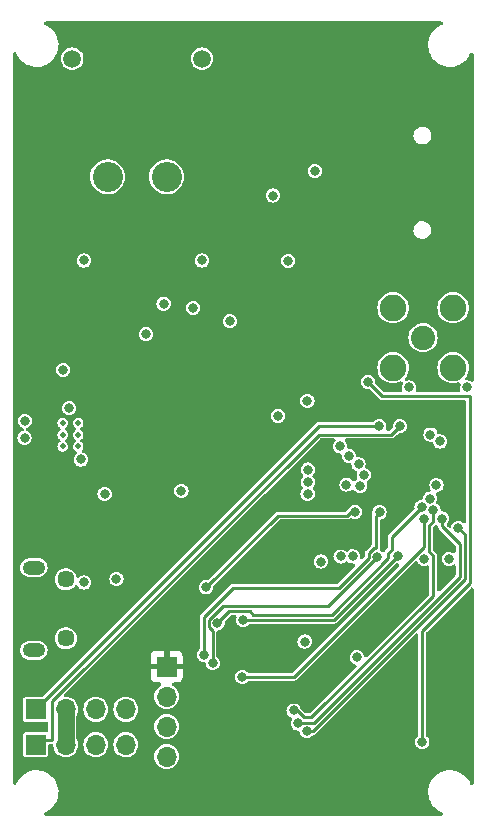
<source format=gbr>
%TF.GenerationSoftware,KiCad,Pcbnew,7.0.2*%
%TF.CreationDate,2023-04-27T13:19:39+10:00*%
%TF.ProjectId,neptune,6e657074-756e-4652-9e6b-696361645f70,rev?*%
%TF.SameCoordinates,Original*%
%TF.FileFunction,Copper,L3,Inr*%
%TF.FilePolarity,Positive*%
%FSLAX46Y46*%
G04 Gerber Fmt 4.6, Leading zero omitted, Abs format (unit mm)*
G04 Created by KiCad (PCBNEW 7.0.2) date 2023-04-27 13:19:39*
%MOMM*%
%LPD*%
G01*
G04 APERTURE LIST*
%TA.AperFunction,ComponentPad*%
%ADD10R,1.700000X1.700000*%
%TD*%
%TA.AperFunction,ComponentPad*%
%ADD11O,1.700000X1.700000*%
%TD*%
%TA.AperFunction,ComponentPad*%
%ADD12C,2.550000*%
%TD*%
%TA.AperFunction,ComponentPad*%
%ADD13C,1.500000*%
%TD*%
%TA.AperFunction,ComponentPad*%
%ADD14C,0.500000*%
%TD*%
%TA.AperFunction,ComponentPad*%
%ADD15C,2.050000*%
%TD*%
%TA.AperFunction,ComponentPad*%
%ADD16C,2.250000*%
%TD*%
%TA.AperFunction,ComponentPad*%
%ADD17O,1.900000X1.200000*%
%TD*%
%TA.AperFunction,ComponentPad*%
%ADD18C,1.450000*%
%TD*%
%TA.AperFunction,ViaPad*%
%ADD19C,0.800000*%
%TD*%
%TA.AperFunction,Conductor*%
%ADD20C,1.400000*%
%TD*%
%TA.AperFunction,Conductor*%
%ADD21C,0.250000*%
%TD*%
G04 APERTURE END LIST*
D10*
%TO.N,/STM32/S2_control*%
%TO.C,J7*%
X92670000Y-119000000D03*
D11*
%TO.N,+5V*%
X95210000Y-119000000D03*
%TO.N,GND*%
X97750000Y-119000000D03*
%TO.N,/STM32/S2_feedback*%
X100290000Y-119000000D03*
%TD*%
D10*
%TO.N,+3.3V*%
%TO.C,J5*%
X103750000Y-115380000D03*
D11*
%TO.N,GND*%
X103750000Y-117920000D03*
%TO.N,/STM32/SWDIO*%
X103750000Y-120460000D03*
%TO.N,/STM32/SWCLK*%
X103750000Y-123000000D03*
%TD*%
D12*
%TO.N,Net-(J2-Pin_1)*%
%TO.C,J2*%
X98750000Y-73912000D03*
%TO.N,GND*%
X103750000Y-73912000D03*
D13*
%TO.N,N/C*%
X106750000Y-63912000D03*
X95750000Y-63912000D03*
%TD*%
D14*
%TO.N,N/C*%
%TO.C,U3*%
X96250000Y-96750000D03*
X96250000Y-95750000D03*
X96250000Y-94750000D03*
X94950000Y-96750000D03*
X94950000Y-95750000D03*
X94950000Y-94750000D03*
%TD*%
D15*
%TO.N,Net-(J3-In)*%
%TO.C,J3*%
X125460000Y-87540000D03*
D16*
%TO.N,GND*%
X122920000Y-85000000D03*
X122920000Y-90080000D03*
X128000000Y-85000000D03*
X128000000Y-90080000D03*
%TD*%
D17*
%TO.N,GND*%
%TO.C,J4*%
X92512500Y-107000000D03*
D18*
X95212500Y-108000000D03*
X95212500Y-113000000D03*
D17*
X92512500Y-114000000D03*
%TD*%
D10*
%TO.N,/STM32/S1_control*%
%TO.C,J6*%
X92670000Y-122000000D03*
D11*
%TO.N,+5V*%
X95210000Y-122000000D03*
%TO.N,GND*%
X97750000Y-122000000D03*
%TO.N,/STM32/S1_feedback*%
X100290000Y-122000000D03*
%TD*%
D19*
%TO.N,GND*%
X119850000Y-114600000D03*
X113179392Y-94150500D03*
X127650000Y-106250000D03*
X109100000Y-86150000D03*
X91724500Y-96000000D03*
X112750000Y-75500000D03*
X105000000Y-100500000D03*
X106000000Y-85000000D03*
X95500000Y-93500000D03*
X126091823Y-95736905D03*
X115666825Y-92891077D03*
X115437451Y-113262049D03*
%TO.N,/STM32/OSC_OUT*%
X119500000Y-106049500D03*
X119168363Y-97525500D03*
%TO.N,+3.3V*%
X127001000Y-104521728D03*
X120011397Y-103224756D03*
X113200000Y-74525000D03*
X110250000Y-108000000D03*
X126250000Y-94750000D03*
X112750000Y-96000000D03*
X129086655Y-113710128D03*
X127024500Y-107515500D03*
X123250000Y-116750000D03*
X118303559Y-93374121D03*
%TO.N,VDC*%
X96750000Y-81000000D03*
X106750000Y-81000000D03*
%TO.N,Net-(U3-BOOT)*%
X96500000Y-97849502D03*
X98500000Y-100750000D03*
%TO.N,Net-(U7-VDDA)*%
X115688201Y-100762299D03*
%TO.N,Net-(U3-COMP)*%
X91747919Y-94569500D03*
X95000000Y-90250000D03*
%TO.N,/STM32/NRST*%
X125550500Y-106249098D03*
X120000000Y-98250000D03*
%TO.N,/STM32/OSC_IN*%
X115700500Y-98710494D03*
X118449500Y-96734211D03*
%TO.N,/CS_SD*%
X114050000Y-81025000D03*
X115700500Y-99750000D03*
%TO.N,/MOSI_SD*%
X116300000Y-73425000D03*
X124275500Y-91750500D03*
%TO.N,/STM32/SWDIO*%
X126900000Y-96325000D03*
%TO.N,/STM32/SWCLK*%
X129200000Y-91750500D03*
%TO.N,/STM32/S1_control*%
X123497643Y-95028815D03*
%TO.N,/STM32/S1_feedback*%
X116800000Y-106488426D03*
%TO.N,/STM32/S2_control*%
X121755000Y-95012751D03*
%TO.N,/STM32/S2_feedback*%
X118482443Y-106056542D03*
%TO.N,Net-(Q2-G)*%
X103495050Y-84654952D03*
X102000000Y-87250000D03*
%TO.N,/STM32/BOOT0*%
X120800000Y-91275000D03*
X125400000Y-121775000D03*
%TO.N,/MISO_RF*%
X127050982Y-102850500D03*
X114853497Y-120199166D03*
%TO.N,/MOSI_RF*%
X126345291Y-102119317D03*
X114500000Y-119099502D03*
%TO.N,/SCK_RF*%
X115614298Y-120847384D03*
X128450500Y-103650902D03*
%TO.N,/CS_RF*%
X118979030Y-99974500D03*
%TO.N,/RESET_RF*%
X120138008Y-100094528D03*
%TO.N,/RF_1O0*%
X120446991Y-99143983D03*
%TO.N,/STM32/USB_D-*%
X99500500Y-107975000D03*
X126039075Y-101162861D03*
%TO.N,/STM32/USB_D+*%
X96761076Y-108263924D03*
X126600500Y-100025500D03*
%TO.N,/IMU_SCK*%
X121579482Y-106104482D03*
X107647038Y-115099500D03*
%TO.N,/IMU_MISO*%
X119700000Y-102275000D03*
X107080902Y-108674500D03*
%TO.N,/IMU_MOSI*%
X121775500Y-102325000D03*
X106900000Y-114375000D03*
%TO.N,/CE_ACC*%
X108050500Y-111725000D03*
X125341467Y-101878646D03*
%TO.N,/CE_GYR*%
X125550500Y-102856046D03*
X110166521Y-116261830D03*
%TO.N,/CE_MAG*%
X110227570Y-111435478D03*
X123306032Y-106038926D03*
%TD*%
D20*
%TO.N,+5V*%
X95210000Y-119000000D02*
X95210000Y-122000000D01*
D21*
%TO.N,/STM32/S1_control*%
X92670000Y-122000000D02*
X93035000Y-121635000D01*
X116612249Y-95737751D02*
X122788707Y-95737751D01*
X93035000Y-121635000D02*
X94035000Y-121635000D01*
X122788707Y-95737751D02*
X123497643Y-95028815D01*
X94035000Y-118315000D02*
X116612249Y-95737751D01*
X94035000Y-121635000D02*
X94035000Y-118315000D01*
%TO.N,/STM32/S2_control*%
X121755000Y-95012751D02*
X116657249Y-95012751D01*
X116657249Y-95012751D02*
X92670000Y-119000000D01*
%TO.N,/STM32/BOOT0*%
X125400000Y-112345140D02*
X129450000Y-108295140D01*
X129450000Y-92475000D02*
X122000000Y-92475000D01*
X122000000Y-92475000D02*
X120800000Y-91275000D01*
X125400000Y-121775000D02*
X125400000Y-112345140D01*
X129450000Y-108295140D02*
X129450000Y-92475000D01*
%TO.N,/MISO_RF*%
X128550000Y-104975000D02*
X127050982Y-103475982D01*
X128550000Y-107775806D02*
X128550000Y-104975000D01*
X116200403Y-120125403D02*
X128550000Y-107775806D01*
X116197384Y-120122384D02*
X116200403Y-120125403D01*
X114853497Y-120199166D02*
X114930279Y-120122384D01*
X114930279Y-120122384D02*
X116197384Y-120122384D01*
X127050982Y-103475982D02*
X127050982Y-102850500D01*
%TO.N,/MOSI_RF*%
X126275500Y-103156351D02*
X126275500Y-102189108D01*
X116016728Y-119672682D02*
X126300000Y-109389410D01*
X114779138Y-119099502D02*
X115352318Y-119672682D01*
X126000000Y-103431851D02*
X126275500Y-103156351D01*
X126300000Y-109389410D02*
X126300000Y-105973293D01*
X115352318Y-119672682D02*
X116016728Y-119672682D01*
X126275500Y-102189108D02*
X126345291Y-102119317D01*
X126000000Y-105673293D02*
X126000000Y-103431851D01*
X126300000Y-105973293D02*
X126000000Y-105673293D01*
X114500000Y-119099502D02*
X114779138Y-119099502D01*
%TO.N,/SCK_RF*%
X129000000Y-107962201D02*
X129000000Y-104200402D01*
X116114817Y-120847384D02*
X129000000Y-107962201D01*
X129000000Y-104200402D02*
X128450500Y-103650902D01*
X115614298Y-120847384D02*
X116114817Y-120847384D01*
%TO.N,/IMU_SCK*%
X107647038Y-112346843D02*
X107325500Y-112025305D01*
X117423486Y-110260478D02*
X121579482Y-106104482D01*
X108489717Y-110260478D02*
X117423486Y-110260478D01*
X107647038Y-115099500D02*
X107647038Y-112346843D01*
X107325500Y-111424695D02*
X108489717Y-110260478D01*
X107325500Y-112025305D02*
X107325500Y-111424695D01*
%TO.N,/IMU_MISO*%
X119350000Y-102275000D02*
X119030078Y-102594922D01*
X119700000Y-102275000D02*
X119350000Y-102275000D01*
X113160480Y-102594922D02*
X107080902Y-108674500D01*
X119030078Y-102594922D02*
X113160480Y-102594922D01*
%TO.N,/IMU_MOSI*%
X106875500Y-112211701D02*
X106875500Y-111199500D01*
X121445518Y-105379482D02*
X121450000Y-105375000D01*
X106875500Y-111199500D02*
X109350000Y-108725000D01*
X121450000Y-102650500D02*
X121775500Y-102325000D01*
X106900000Y-114375000D02*
X106900000Y-112236201D01*
X120854482Y-105804177D02*
X121279177Y-105379482D01*
X121450000Y-105375000D02*
X121450000Y-102650500D01*
X106900000Y-112236201D02*
X106875500Y-112211701D01*
X109350000Y-108725000D02*
X118322568Y-108725000D01*
X120854482Y-106193086D02*
X120854482Y-105804177D01*
X121279177Y-105379482D02*
X121445518Y-105379482D01*
X118322568Y-108725000D02*
X120854482Y-106193086D01*
%TO.N,/CE_ACC*%
X110785478Y-110710478D02*
X111050000Y-110975000D01*
X108050500Y-111725000D02*
X109065022Y-110710478D01*
X109065022Y-110710478D02*
X110785478Y-110710478D01*
X122800000Y-104420113D02*
X125341467Y-101878646D01*
X122800000Y-105475000D02*
X122800000Y-104420113D01*
X122516781Y-105758219D02*
X122800000Y-105475000D01*
X117733562Y-110975000D02*
X122516781Y-106191781D01*
X111050000Y-110975000D02*
X117550000Y-110975000D01*
X117550000Y-110975000D02*
X117733562Y-110975000D01*
X122516781Y-106191781D02*
X122516781Y-105758219D01*
%TO.N,/CE_GYR*%
X114513170Y-116261830D02*
X125550500Y-105224500D01*
X110166521Y-116261830D02*
X114513170Y-116261830D01*
X125550500Y-105224500D02*
X125550500Y-102856046D01*
%TO.N,/CE_MAG*%
X117909480Y-111435478D02*
X123306032Y-106038926D01*
X110227570Y-111435478D02*
X117909480Y-111435478D01*
%TD*%
%TA.AperFunction,Conductor*%
%TO.N,+3.3V*%
G36*
X127065597Y-60770462D02*
G01*
X127120135Y-60825000D01*
X127140097Y-60899500D01*
X127120135Y-60974000D01*
X127065597Y-61028538D01*
X127044324Y-61038668D01*
X126962445Y-61069983D01*
X126726219Y-61202561D01*
X126511827Y-61368108D01*
X126511823Y-61368111D01*
X126511823Y-61368112D01*
X126421131Y-61462180D01*
X126323812Y-61563121D01*
X126166200Y-61783420D01*
X126042343Y-62024325D01*
X125954882Y-62280691D01*
X125905681Y-62547066D01*
X125895788Y-62817768D01*
X125925414Y-63087017D01*
X125993928Y-63349090D01*
X126099869Y-63598389D01*
X126240979Y-63829606D01*
X126240981Y-63829608D01*
X126240982Y-63829610D01*
X126414255Y-64037820D01*
X126615998Y-64218582D01*
X126841910Y-64368044D01*
X126964542Y-64425532D01*
X127087173Y-64483019D01*
X127087175Y-64483019D01*
X127087176Y-64483020D01*
X127346569Y-64561060D01*
X127614561Y-64600500D01*
X127814908Y-64600500D01*
X127817631Y-64600500D01*
X128020156Y-64585677D01*
X128284553Y-64526780D01*
X128398971Y-64483019D01*
X128537554Y-64430016D01*
X128537558Y-64430014D01*
X128773777Y-64297441D01*
X128988177Y-64131888D01*
X129176186Y-63936881D01*
X129333799Y-63716579D01*
X129457656Y-63475675D01*
X129459481Y-63470325D01*
X129502427Y-63406263D01*
X129571652Y-63372254D01*
X129648608Y-63377415D01*
X129712672Y-63420362D01*
X129746681Y-63489587D01*
X129749500Y-63518435D01*
X129749500Y-91113090D01*
X129729538Y-91187590D01*
X129675000Y-91242128D01*
X129600500Y-91262090D01*
X129526000Y-91242128D01*
X129509795Y-91231300D01*
X129502841Y-91225964D01*
X129356760Y-91165455D01*
X129200000Y-91144817D01*
X129175018Y-91148106D01*
X129098550Y-91138037D01*
X129037361Y-91091083D01*
X129007847Y-91019825D01*
X129017916Y-90943357D01*
X129033514Y-90914925D01*
X129152301Y-90745282D01*
X129250320Y-90535079D01*
X129310349Y-90311050D01*
X129330563Y-90080000D01*
X129310349Y-89848950D01*
X129261047Y-89664956D01*
X129250320Y-89624921D01*
X129152301Y-89414720D01*
X129152301Y-89414719D01*
X129019270Y-89224731D01*
X128855269Y-89060730D01*
X128665282Y-88927699D01*
X128665283Y-88927699D01*
X128665281Y-88927698D01*
X128455079Y-88829679D01*
X128231050Y-88769650D01*
X128000000Y-88749437D01*
X127768949Y-88769650D01*
X127544921Y-88829679D01*
X127334720Y-88927698D01*
X127144730Y-89060730D01*
X126980730Y-89224730D01*
X126847698Y-89414720D01*
X126749679Y-89624921D01*
X126689650Y-89848949D01*
X126669437Y-90080000D01*
X126689650Y-90311050D01*
X126749679Y-90535079D01*
X126847698Y-90745281D01*
X126847699Y-90745282D01*
X126980730Y-90935269D01*
X127144731Y-91099270D01*
X127325668Y-91225964D01*
X127334718Y-91232301D01*
X127544920Y-91330320D01*
X127768949Y-91390349D01*
X127787536Y-91391975D01*
X128000000Y-91410563D01*
X128231050Y-91390349D01*
X128455079Y-91330320D01*
X128455084Y-91330317D01*
X128465801Y-91327446D01*
X128542929Y-91327446D01*
X128609724Y-91366009D01*
X128648289Y-91432804D01*
X128648289Y-91509932D01*
X128642024Y-91528389D01*
X128614955Y-91593738D01*
X128594317Y-91750500D01*
X128614955Y-91907260D01*
X128629958Y-91943480D01*
X128640025Y-92019948D01*
X128610510Y-92091205D01*
X128549320Y-92138158D01*
X128492300Y-92149500D01*
X124983200Y-92149500D01*
X124908700Y-92129538D01*
X124854162Y-92075000D01*
X124834200Y-92000500D01*
X124845542Y-91943480D01*
X124857037Y-91915728D01*
X124860544Y-91907262D01*
X124881182Y-91750500D01*
X124860544Y-91593738D01*
X124800036Y-91447659D01*
X124703782Y-91322218D01*
X124578341Y-91225964D01*
X124432262Y-91165456D01*
X124432260Y-91165455D01*
X124275499Y-91144817D01*
X124118735Y-91165455D01*
X124111207Y-91168574D01*
X124034738Y-91178639D01*
X123963482Y-91149120D01*
X123916532Y-91087929D01*
X123906467Y-91011460D01*
X123932139Y-90945450D01*
X123939263Y-90935275D01*
X123939270Y-90935269D01*
X124072301Y-90745282D01*
X124170320Y-90535079D01*
X124230349Y-90311050D01*
X124250563Y-90080000D01*
X124230349Y-89848950D01*
X124181047Y-89664956D01*
X124170320Y-89624921D01*
X124072301Y-89414720D01*
X124072301Y-89414719D01*
X123939270Y-89224731D01*
X123775269Y-89060730D01*
X123585282Y-88927699D01*
X123585283Y-88927699D01*
X123585281Y-88927698D01*
X123375079Y-88829679D01*
X123151050Y-88769650D01*
X122920000Y-88749437D01*
X122688949Y-88769650D01*
X122464921Y-88829679D01*
X122254720Y-88927698D01*
X122064730Y-89060730D01*
X121900730Y-89224730D01*
X121767698Y-89414720D01*
X121669679Y-89624921D01*
X121609650Y-89848949D01*
X121589437Y-90080000D01*
X121609650Y-90311050D01*
X121669679Y-90535079D01*
X121767698Y-90745281D01*
X121767699Y-90745282D01*
X121900730Y-90935269D01*
X122064731Y-91099270D01*
X122245668Y-91225964D01*
X122254718Y-91232301D01*
X122464920Y-91330320D01*
X122688949Y-91390349D01*
X122709162Y-91392117D01*
X122920000Y-91410563D01*
X123151050Y-91390349D01*
X123375079Y-91330320D01*
X123553932Y-91246919D01*
X123629886Y-91233527D01*
X123702363Y-91259906D01*
X123751940Y-91318990D01*
X123765333Y-91394946D01*
X123754558Y-91438979D01*
X123690455Y-91593737D01*
X123669817Y-91750499D01*
X123690455Y-91907260D01*
X123705458Y-91943480D01*
X123715525Y-92019948D01*
X123686010Y-92091205D01*
X123624820Y-92138158D01*
X123567800Y-92149500D01*
X122196545Y-92149500D01*
X122122045Y-92129538D01*
X122091186Y-92105859D01*
X121440728Y-91455402D01*
X121402164Y-91388607D01*
X121398362Y-91330595D01*
X121405682Y-91275000D01*
X121403982Y-91262090D01*
X121385044Y-91118239D01*
X121385044Y-91118238D01*
X121324536Y-90972159D01*
X121228282Y-90846718D01*
X121102841Y-90750464D01*
X120956762Y-90689956D01*
X120956760Y-90689955D01*
X120800000Y-90669317D01*
X120643239Y-90689955D01*
X120497158Y-90750464D01*
X120371718Y-90846718D01*
X120275464Y-90972158D01*
X120214955Y-91118239D01*
X120194317Y-91275000D01*
X120214955Y-91431760D01*
X120254980Y-91528389D01*
X120275464Y-91577841D01*
X120371718Y-91703282D01*
X120497159Y-91799536D01*
X120643238Y-91860044D01*
X120671548Y-91863771D01*
X120799997Y-91880682D01*
X120799998Y-91880681D01*
X120800000Y-91880682D01*
X120855594Y-91873362D01*
X120932060Y-91883428D01*
X120980401Y-91915727D01*
X121370705Y-92306032D01*
X121755191Y-92690518D01*
X121763973Y-92700102D01*
X121787545Y-92728194D01*
X121819313Y-92746535D01*
X121830270Y-92753516D01*
X121862823Y-92776310D01*
X121883941Y-92785056D01*
X121886953Y-92785587D01*
X121886955Y-92785588D01*
X121902403Y-92788311D01*
X121923074Y-92791957D01*
X121935763Y-92794769D01*
X121971193Y-92804263D01*
X122007725Y-92801067D01*
X122020711Y-92800500D01*
X128975500Y-92800500D01*
X129050000Y-92820462D01*
X129104538Y-92875000D01*
X129124500Y-92949500D01*
X129124500Y-103109024D01*
X129104538Y-103183524D01*
X129050000Y-103238062D01*
X128975500Y-103258024D01*
X128901000Y-103238062D01*
X128884795Y-103227234D01*
X128753341Y-103126366D01*
X128607260Y-103065857D01*
X128450500Y-103045219D01*
X128293739Y-103065857D01*
X128147658Y-103126366D01*
X128022218Y-103222620D01*
X127925964Y-103348060D01*
X127857949Y-103512263D01*
X127857308Y-103511997D01*
X127836289Y-103562743D01*
X127775099Y-103609695D01*
X127698630Y-103619761D01*
X127627373Y-103590245D01*
X127612721Y-103577395D01*
X127499954Y-103464628D01*
X127461390Y-103397833D01*
X127461390Y-103320705D01*
X127487101Y-103268567D01*
X127575518Y-103153341D01*
X127636026Y-103007262D01*
X127656664Y-102850500D01*
X127649954Y-102799536D01*
X127636026Y-102693739D01*
X127624003Y-102664713D01*
X127575518Y-102547659D01*
X127479264Y-102422218D01*
X127353823Y-102325964D01*
X127279958Y-102295368D01*
X127207742Y-102265455D01*
X127079376Y-102248555D01*
X127008119Y-102219039D01*
X126961167Y-102157849D01*
X126951100Y-102120278D01*
X126930335Y-101962556D01*
X126903064Y-101896718D01*
X126869827Y-101816476D01*
X126773573Y-101691035D01*
X126648132Y-101594781D01*
X126648131Y-101594780D01*
X126634130Y-101584037D01*
X126587177Y-101522847D01*
X126577110Y-101446379D01*
X126587174Y-101408813D01*
X126624119Y-101319623D01*
X126644757Y-101162861D01*
X126624119Y-101006099D01*
X126563611Y-100860020D01*
X126563610Y-100860019D01*
X126556104Y-100841897D01*
X126556500Y-100841732D01*
X126535104Y-100790078D01*
X126545171Y-100713610D01*
X126592123Y-100652420D01*
X126663380Y-100622904D01*
X126663381Y-100622904D01*
X126719827Y-100615472D01*
X126757262Y-100610544D01*
X126903341Y-100550036D01*
X127028782Y-100453782D01*
X127125036Y-100328341D01*
X127185544Y-100182262D01*
X127206182Y-100025500D01*
X127185544Y-99868738D01*
X127125036Y-99722659D01*
X127028782Y-99597218D01*
X126903341Y-99500964D01*
X126805170Y-99460300D01*
X126757260Y-99440455D01*
X126600499Y-99419817D01*
X126443739Y-99440455D01*
X126297658Y-99500964D01*
X126172218Y-99597218D01*
X126075964Y-99722658D01*
X126015455Y-99868739D01*
X125994817Y-100025500D01*
X126015455Y-100182260D01*
X126083471Y-100346464D01*
X126083074Y-100346628D01*
X126104470Y-100398283D01*
X126094403Y-100474751D01*
X126047450Y-100535941D01*
X125976195Y-100565456D01*
X125882313Y-100577816D01*
X125736233Y-100638325D01*
X125610793Y-100734579D01*
X125514539Y-100860019D01*
X125454030Y-101006099D01*
X125435186Y-101149237D01*
X125405671Y-101220494D01*
X125344481Y-101267446D01*
X125306909Y-101277513D01*
X125184706Y-101293601D01*
X125038625Y-101354110D01*
X124913185Y-101450364D01*
X124816931Y-101575804D01*
X124756422Y-101721885D01*
X124735784Y-101878646D01*
X124743103Y-101934242D01*
X124733036Y-102010710D01*
X124700737Y-102059048D01*
X122584484Y-104175301D01*
X122574903Y-104184081D01*
X122546805Y-104207658D01*
X122528460Y-104239432D01*
X122521480Y-104250388D01*
X122498692Y-104282934D01*
X122489942Y-104304057D01*
X122483042Y-104343189D01*
X122480229Y-104355874D01*
X122470735Y-104391304D01*
X122473933Y-104427845D01*
X122474500Y-104440832D01*
X122474499Y-105278455D01*
X122454537Y-105352955D01*
X122430858Y-105383814D01*
X122301265Y-105513407D01*
X122291684Y-105522187D01*
X122263586Y-105545764D01*
X122245241Y-105577538D01*
X122238259Y-105588496D01*
X122207029Y-105633098D01*
X122147946Y-105682675D01*
X122071990Y-105696069D01*
X121999513Y-105669690D01*
X121994270Y-105665846D01*
X121992507Y-105664493D01*
X121882323Y-105579946D01*
X121876510Y-105577538D01*
X121867798Y-105573929D01*
X121806609Y-105526976D01*
X121777094Y-105455718D01*
X121779969Y-105411869D01*
X121776067Y-105367261D01*
X121775500Y-105354275D01*
X121775500Y-103061351D01*
X121795462Y-102986851D01*
X121850000Y-102932313D01*
X121905049Y-102913626D01*
X121932262Y-102910044D01*
X122078341Y-102849536D01*
X122203782Y-102753282D01*
X122300036Y-102627841D01*
X122360544Y-102481762D01*
X122381182Y-102325000D01*
X122360544Y-102168238D01*
X122300036Y-102022159D01*
X122203782Y-101896718D01*
X122078341Y-101800464D01*
X121932262Y-101739956D01*
X121932260Y-101739955D01*
X121775499Y-101719317D01*
X121618739Y-101739955D01*
X121472658Y-101800464D01*
X121347218Y-101896718D01*
X121250964Y-102022158D01*
X121190455Y-102168239D01*
X121169817Y-102325000D01*
X121179780Y-102400674D01*
X121169713Y-102477142D01*
X121154111Y-102505582D01*
X121148691Y-102513321D01*
X121139942Y-102534444D01*
X121133042Y-102573576D01*
X121130229Y-102586261D01*
X121120735Y-102621691D01*
X121123933Y-102658232D01*
X121124500Y-102671219D01*
X121124500Y-105006904D01*
X121104538Y-105081404D01*
X121081525Y-105104418D01*
X121083607Y-105106165D01*
X121043142Y-105154386D01*
X121034364Y-105163966D01*
X120638966Y-105559365D01*
X120629385Y-105568145D01*
X120601287Y-105591722D01*
X120582942Y-105623496D01*
X120575962Y-105634452D01*
X120553174Y-105666998D01*
X120544424Y-105688121D01*
X120537524Y-105727253D01*
X120534711Y-105739938D01*
X120525217Y-105775368D01*
X120528415Y-105811909D01*
X120528982Y-105824896D01*
X120528982Y-105996542D01*
X120509020Y-106071042D01*
X120485341Y-106101901D01*
X120350554Y-106236687D01*
X120283759Y-106275251D01*
X120206630Y-106275251D01*
X120139836Y-106236687D01*
X120101272Y-106169892D01*
X120097470Y-106111879D01*
X120105682Y-106049499D01*
X120085044Y-105892739D01*
X120080904Y-105882743D01*
X120024536Y-105746659D01*
X119928282Y-105621218D01*
X119802841Y-105524964D01*
X119713711Y-105488045D01*
X119656760Y-105464455D01*
X119499999Y-105443817D01*
X119343239Y-105464455D01*
X119197156Y-105524965D01*
X119077336Y-105616905D01*
X119006079Y-105646420D01*
X118929611Y-105636353D01*
X118895927Y-105616905D01*
X118785284Y-105532006D01*
X118639203Y-105471497D01*
X118482442Y-105450859D01*
X118325682Y-105471497D01*
X118179601Y-105532006D01*
X118054161Y-105628260D01*
X117957907Y-105753700D01*
X117897398Y-105899781D01*
X117876760Y-106056542D01*
X117897398Y-106213302D01*
X117923058Y-106275251D01*
X117957907Y-106359383D01*
X118054161Y-106484824D01*
X118179602Y-106581078D01*
X118325681Y-106641586D01*
X118393215Y-106650477D01*
X118482442Y-106662224D01*
X118482442Y-106662223D01*
X118482443Y-106662224D01*
X118639205Y-106641586D01*
X118785284Y-106581078D01*
X118905106Y-106489135D01*
X118976362Y-106459621D01*
X119052830Y-106469688D01*
X119086514Y-106489135D01*
X119197159Y-106574036D01*
X119343238Y-106634544D01*
X119392960Y-106641090D01*
X119499999Y-106655182D01*
X119499999Y-106655181D01*
X119500000Y-106655182D01*
X119518685Y-106652722D01*
X119562379Y-106646970D01*
X119638848Y-106657037D01*
X119700037Y-106703989D01*
X119729553Y-106775246D01*
X119719486Y-106851715D01*
X119687187Y-106900054D01*
X118231383Y-108355859D01*
X118164588Y-108394423D01*
X118126024Y-108399500D01*
X109370709Y-108399500D01*
X109357722Y-108398933D01*
X109321194Y-108395737D01*
X109321193Y-108395737D01*
X109285765Y-108405229D01*
X109273088Y-108408039D01*
X109233953Y-108414940D01*
X109212814Y-108423697D01*
X109180267Y-108446485D01*
X109169311Y-108453465D01*
X109137542Y-108471807D01*
X109113965Y-108499904D01*
X109105187Y-108509484D01*
X106659984Y-110954688D01*
X106650403Y-110963468D01*
X106622305Y-110987045D01*
X106603960Y-111018819D01*
X106596980Y-111029775D01*
X106574192Y-111062321D01*
X106565442Y-111083444D01*
X106558542Y-111122576D01*
X106555729Y-111135261D01*
X106546235Y-111170691D01*
X106549433Y-111207232D01*
X106550000Y-111220219D01*
X106550000Y-112190980D01*
X106549433Y-112203967D01*
X106546235Y-112240510D01*
X106555729Y-112275941D01*
X106558542Y-112288626D01*
X106569474Y-112350617D01*
X106566429Y-112351153D01*
X106574500Y-112381265D01*
X106574500Y-113794371D01*
X106554538Y-113868871D01*
X106516207Y-113912580D01*
X106471717Y-113946718D01*
X106375464Y-114072158D01*
X106314955Y-114218239D01*
X106294317Y-114375000D01*
X106314955Y-114531760D01*
X106314956Y-114531762D01*
X106375464Y-114677841D01*
X106471718Y-114803282D01*
X106597159Y-114899536D01*
X106743238Y-114960044D01*
X106900000Y-114980682D01*
X106914576Y-114982601D01*
X106985833Y-115012116D01*
X107032786Y-115073306D01*
X107042853Y-115110877D01*
X107061993Y-115256261D01*
X107102307Y-115353586D01*
X107122502Y-115402341D01*
X107218756Y-115527782D01*
X107344197Y-115624036D01*
X107490276Y-115684544D01*
X107647038Y-115705182D01*
X107803800Y-115684544D01*
X107949879Y-115624036D01*
X108075320Y-115527782D01*
X108171574Y-115402341D01*
X108232082Y-115256262D01*
X108252720Y-115099500D01*
X108232082Y-114942738D01*
X108171574Y-114796659D01*
X108075320Y-114671218D01*
X108030831Y-114637080D01*
X107983879Y-114575889D01*
X107972538Y-114518871D01*
X107972538Y-113262049D01*
X114831768Y-113262049D01*
X114852406Y-113418809D01*
X114852407Y-113418811D01*
X114912915Y-113564890D01*
X115009169Y-113690331D01*
X115134610Y-113786585D01*
X115280689Y-113847093D01*
X115359069Y-113857412D01*
X115437450Y-113867731D01*
X115437450Y-113867730D01*
X115437451Y-113867731D01*
X115594213Y-113847093D01*
X115740292Y-113786585D01*
X115865733Y-113690331D01*
X115961987Y-113564890D01*
X116022495Y-113418811D01*
X116043133Y-113262049D01*
X116022495Y-113105287D01*
X115961987Y-112959208D01*
X115865733Y-112833767D01*
X115740292Y-112737513D01*
X115740291Y-112737513D01*
X115594211Y-112677004D01*
X115437451Y-112656366D01*
X115280690Y-112677004D01*
X115134609Y-112737513D01*
X115009169Y-112833767D01*
X114912915Y-112959207D01*
X114852406Y-113105288D01*
X114831768Y-113262049D01*
X107972538Y-113262049D01*
X107972538Y-112471615D01*
X107992500Y-112397115D01*
X108047038Y-112342577D01*
X108102089Y-112323890D01*
X108207262Y-112310044D01*
X108353341Y-112249536D01*
X108478782Y-112153282D01*
X108575036Y-112027841D01*
X108635544Y-111881762D01*
X108651371Y-111761545D01*
X108656182Y-111725002D01*
X108651399Y-111688672D01*
X108648862Y-111669403D01*
X108658928Y-111592937D01*
X108691225Y-111544599D01*
X109156206Y-111079619D01*
X109223002Y-111041055D01*
X109261566Y-111035978D01*
X109520077Y-111035978D01*
X109594577Y-111055940D01*
X109649115Y-111110478D01*
X109669077Y-111184978D01*
X109657735Y-111241998D01*
X109642525Y-111278717D01*
X109621887Y-111435477D01*
X109642525Y-111592238D01*
X109690065Y-111707008D01*
X109703034Y-111738319D01*
X109799288Y-111863760D01*
X109924729Y-111960014D01*
X110070808Y-112020522D01*
X110126402Y-112027841D01*
X110227569Y-112041160D01*
X110227569Y-112041159D01*
X110227570Y-112041160D01*
X110384332Y-112020522D01*
X110530411Y-111960014D01*
X110655852Y-111863760D01*
X110689987Y-111819273D01*
X110751178Y-111772320D01*
X110808198Y-111760978D01*
X117888760Y-111760978D01*
X117901746Y-111761544D01*
X117938287Y-111764742D01*
X117973733Y-111755243D01*
X117986397Y-111752435D01*
X118022525Y-111746066D01*
X118022526Y-111746065D01*
X118025545Y-111745533D01*
X118046651Y-111736790D01*
X118049160Y-111735032D01*
X118049164Y-111735032D01*
X118079214Y-111713989D01*
X118090149Y-111707022D01*
X118121935Y-111688672D01*
X118145524Y-111660558D01*
X118154284Y-111650998D01*
X123125630Y-106679652D01*
X123192423Y-106641090D01*
X123250435Y-106637288D01*
X123306032Y-106644608D01*
X123306032Y-106644607D01*
X123325483Y-106647169D01*
X123324939Y-106651299D01*
X123366509Y-106656763D01*
X123427709Y-106703702D01*
X123457241Y-106774952D01*
X123447191Y-106851423D01*
X123414879Y-106899793D01*
X114421985Y-115892689D01*
X114355190Y-115931253D01*
X114316626Y-115936330D01*
X110747149Y-115936330D01*
X110672649Y-115916368D01*
X110628939Y-115878035D01*
X110594803Y-115833548D01*
X110469362Y-115737294D01*
X110323281Y-115676785D01*
X110166521Y-115656147D01*
X110009760Y-115676785D01*
X109863679Y-115737294D01*
X109738239Y-115833548D01*
X109641985Y-115958988D01*
X109581476Y-116105069D01*
X109560838Y-116261830D01*
X109581476Y-116418590D01*
X109629016Y-116533360D01*
X109641985Y-116564671D01*
X109738239Y-116690112D01*
X109863680Y-116786366D01*
X110009759Y-116846874D01*
X110166521Y-116867512D01*
X110323283Y-116846874D01*
X110469362Y-116786366D01*
X110594803Y-116690112D01*
X110628938Y-116645625D01*
X110690129Y-116598672D01*
X110747149Y-116587330D01*
X114492450Y-116587330D01*
X114505436Y-116587896D01*
X114541977Y-116591094D01*
X114577423Y-116581595D01*
X114590087Y-116578787D01*
X114626215Y-116572418D01*
X114626216Y-116572417D01*
X114629235Y-116571885D01*
X114650341Y-116563142D01*
X114652850Y-116561384D01*
X114652854Y-116561384D01*
X114682904Y-116540341D01*
X114693839Y-116533374D01*
X114725625Y-116515024D01*
X114749214Y-116486910D01*
X114757974Y-116477350D01*
X124767946Y-106467378D01*
X124834739Y-106428816D01*
X124911867Y-106428816D01*
X124978662Y-106467380D01*
X125010961Y-106515718D01*
X125025964Y-106551940D01*
X125048322Y-106581077D01*
X125122218Y-106677380D01*
X125247659Y-106773634D01*
X125393738Y-106834142D01*
X125472119Y-106844460D01*
X125550499Y-106854780D01*
X125550499Y-106854779D01*
X125550500Y-106854780D01*
X125707262Y-106834142D01*
X125768482Y-106808783D01*
X125844947Y-106798717D01*
X125916204Y-106828231D01*
X125963158Y-106889421D01*
X125974500Y-106946442D01*
X125974500Y-109192865D01*
X125954538Y-109267365D01*
X125930859Y-109298224D01*
X120689501Y-114539581D01*
X120622706Y-114578145D01*
X120545578Y-114578145D01*
X120478783Y-114539581D01*
X120440219Y-114472786D01*
X120436418Y-114453678D01*
X120435044Y-114443238D01*
X120374536Y-114297159D01*
X120278282Y-114171718D01*
X120152841Y-114075464D01*
X120044110Y-114030426D01*
X120006760Y-114014955D01*
X119849999Y-113994317D01*
X119693239Y-114014955D01*
X119547158Y-114075464D01*
X119421718Y-114171718D01*
X119325464Y-114297158D01*
X119264955Y-114443239D01*
X119244317Y-114599999D01*
X119264955Y-114756760D01*
X119276805Y-114785368D01*
X119325464Y-114902841D01*
X119421718Y-115028282D01*
X119547159Y-115124536D01*
X119650449Y-115167320D01*
X119693235Y-115185043D01*
X119693238Y-115185044D01*
X119703669Y-115186417D01*
X119774924Y-115215930D01*
X119821878Y-115277118D01*
X119831948Y-115353586D01*
X119802434Y-115424844D01*
X119789581Y-115439501D01*
X115925543Y-119303541D01*
X115858748Y-119342105D01*
X115820184Y-119347182D01*
X115548862Y-119347182D01*
X115474362Y-119327220D01*
X115443503Y-119303541D01*
X115107657Y-118967695D01*
X115075358Y-118919356D01*
X115024536Y-118796661D01*
X114928282Y-118671220D01*
X114802841Y-118574966D01*
X114656762Y-118514458D01*
X114656760Y-118514457D01*
X114500000Y-118493819D01*
X114343239Y-118514457D01*
X114197158Y-118574966D01*
X114071718Y-118671220D01*
X113975464Y-118796660D01*
X113914955Y-118942741D01*
X113894317Y-119099501D01*
X113914955Y-119256262D01*
X113975463Y-119402343D01*
X113975464Y-119402343D01*
X114071718Y-119527784D01*
X114197159Y-119624038D01*
X114276316Y-119656826D01*
X114337505Y-119703777D01*
X114367021Y-119775034D01*
X114356954Y-119851502D01*
X114337507Y-119885186D01*
X114328962Y-119896322D01*
X114268452Y-120042405D01*
X114247814Y-120199166D01*
X114268452Y-120355926D01*
X114268453Y-120355928D01*
X114328961Y-120502007D01*
X114425215Y-120627448D01*
X114550656Y-120723702D01*
X114696735Y-120784210D01*
X114726966Y-120788190D01*
X114872945Y-120807409D01*
X114872919Y-120807604D01*
X114929204Y-120815011D01*
X114990396Y-120861961D01*
X115019915Y-120933217D01*
X115019916Y-120933223D01*
X115029253Y-121004144D01*
X115076793Y-121118914D01*
X115089762Y-121150225D01*
X115186016Y-121275666D01*
X115311457Y-121371920D01*
X115457536Y-121432428D01*
X115478835Y-121435232D01*
X115614297Y-121453066D01*
X115614297Y-121453065D01*
X115614298Y-121453066D01*
X115771060Y-121432428D01*
X115917139Y-121371920D01*
X116042580Y-121275666D01*
X116081280Y-121225229D01*
X116142469Y-121178277D01*
X116160916Y-121172014D01*
X116179062Y-121167151D01*
X116191734Y-121164341D01*
X116227862Y-121157972D01*
X116227863Y-121157971D01*
X116230882Y-121157439D01*
X116251988Y-121148696D01*
X116254497Y-121146938D01*
X116254501Y-121146938D01*
X116284551Y-121125895D01*
X116295486Y-121118928D01*
X116327272Y-121100578D01*
X116350861Y-121072464D01*
X116359621Y-121062904D01*
X124820142Y-112602383D01*
X124886935Y-112563821D01*
X124964063Y-112563821D01*
X125030858Y-112602385D01*
X125069422Y-112669180D01*
X125074499Y-112707744D01*
X125074499Y-121194372D01*
X125054537Y-121268872D01*
X125016207Y-121312579D01*
X124996277Y-121327872D01*
X124971716Y-121346719D01*
X124875464Y-121472158D01*
X124814955Y-121618239D01*
X124794317Y-121775000D01*
X124814955Y-121931760D01*
X124814956Y-121931762D01*
X124875464Y-122077841D01*
X124971718Y-122203282D01*
X125097159Y-122299536D01*
X125243238Y-122360044D01*
X125321619Y-122370362D01*
X125399999Y-122380682D01*
X125399999Y-122380681D01*
X125400000Y-122380682D01*
X125556762Y-122360044D01*
X125702841Y-122299536D01*
X125828282Y-122203282D01*
X125924536Y-122077841D01*
X125985044Y-121931762D01*
X126005682Y-121775000D01*
X125985044Y-121618238D01*
X125924536Y-121472159D01*
X125828282Y-121346718D01*
X125816507Y-121337683D01*
X125783793Y-121312580D01*
X125736841Y-121251390D01*
X125725499Y-121194375D01*
X125725499Y-112541682D01*
X125745461Y-112467183D01*
X125769136Y-112436328D01*
X129495142Y-108710322D01*
X129561935Y-108671760D01*
X129639063Y-108671760D01*
X129705858Y-108710324D01*
X129744422Y-108777119D01*
X129749499Y-108815683D01*
X129749499Y-125242147D01*
X129729537Y-125316647D01*
X129674999Y-125371185D01*
X129600499Y-125391147D01*
X129525999Y-125371185D01*
X129471461Y-125316647D01*
X129463375Y-125300439D01*
X129400130Y-125151610D01*
X129259018Y-124920390D01*
X129085745Y-124712180D01*
X128884002Y-124531418D01*
X128658090Y-124381956D01*
X128658086Y-124381954D01*
X128412826Y-124266980D01*
X128267372Y-124223220D01*
X128153431Y-124188940D01*
X128153427Y-124188939D01*
X128153426Y-124188939D01*
X127885439Y-124149500D01*
X127682369Y-124149500D01*
X127679665Y-124149697D01*
X127679635Y-124149699D01*
X127479844Y-124164322D01*
X127215444Y-124223220D01*
X126962445Y-124319983D01*
X126726219Y-124452561D01*
X126511827Y-124618108D01*
X126323812Y-124813121D01*
X126166200Y-125033420D01*
X126042343Y-125274325D01*
X125954882Y-125530691D01*
X125905681Y-125797066D01*
X125895788Y-126067768D01*
X125925414Y-126337017D01*
X125993928Y-126599090D01*
X126099869Y-126848389D01*
X126240979Y-127079606D01*
X126240981Y-127079608D01*
X126240982Y-127079610D01*
X126414255Y-127287820D01*
X126615998Y-127468582D01*
X126841910Y-127618044D01*
X126974104Y-127680014D01*
X127049990Y-127715588D01*
X127108973Y-127765285D01*
X127135205Y-127837815D01*
X127121658Y-127913744D01*
X127071961Y-127972727D01*
X126999431Y-127998959D01*
X126986746Y-127999500D01*
X93508903Y-127999500D01*
X93434403Y-127979538D01*
X93379865Y-127925000D01*
X93359903Y-127850500D01*
X93379865Y-127776000D01*
X93434403Y-127721462D01*
X93455676Y-127711332D01*
X93537554Y-127680016D01*
X93537558Y-127680014D01*
X93773777Y-127547441D01*
X93988177Y-127381888D01*
X94176186Y-127186881D01*
X94333799Y-126966579D01*
X94457656Y-126725675D01*
X94545118Y-126469305D01*
X94594319Y-126202933D01*
X94604212Y-125932235D01*
X94574586Y-125662982D01*
X94506072Y-125400912D01*
X94501922Y-125391147D01*
X94400130Y-125151610D01*
X94259020Y-124920393D01*
X94085745Y-124712180D01*
X94085745Y-124712179D01*
X93884002Y-124531418D01*
X93658090Y-124381956D01*
X93658086Y-124381954D01*
X93412826Y-124266980D01*
X93267372Y-124223220D01*
X93153431Y-124188940D01*
X93153427Y-124188939D01*
X93153426Y-124188939D01*
X92885439Y-124149500D01*
X92682369Y-124149500D01*
X92679665Y-124149697D01*
X92679635Y-124149699D01*
X92479844Y-124164322D01*
X92215444Y-124223220D01*
X91962445Y-124319983D01*
X91726219Y-124452561D01*
X91511827Y-124618108D01*
X91323812Y-124813121D01*
X91166200Y-125033420D01*
X91042343Y-125274326D01*
X91040519Y-125279674D01*
X90997571Y-125343738D01*
X90928345Y-125377745D01*
X90851390Y-125372583D01*
X90787326Y-125329635D01*
X90753319Y-125260409D01*
X90750500Y-125231564D01*
X90750500Y-122869748D01*
X91619500Y-122869748D01*
X91631132Y-122928229D01*
X91631132Y-122928230D01*
X91631133Y-122928231D01*
X91675448Y-122994552D01*
X91741769Y-123038867D01*
X91800252Y-123050500D01*
X93539748Y-123050500D01*
X93598231Y-123038867D01*
X93664552Y-122994552D01*
X93708867Y-122928231D01*
X93720500Y-122869748D01*
X93720500Y-122109500D01*
X93740462Y-122035000D01*
X93795000Y-121980462D01*
X93869500Y-121960500D01*
X94015481Y-121960500D01*
X94089981Y-121980462D01*
X94144519Y-122035000D01*
X94163763Y-122094895D01*
X94174699Y-122205932D01*
X94234767Y-122403952D01*
X94332316Y-122586451D01*
X94463589Y-122746410D01*
X94574901Y-122837760D01*
X94623550Y-122877685D01*
X94806046Y-122975232D01*
X95004066Y-123035300D01*
X95107032Y-123045441D01*
X95209999Y-123055583D01*
X95209999Y-123055582D01*
X95210000Y-123055583D01*
X95415934Y-123035300D01*
X95613954Y-122975232D01*
X95796450Y-122877685D01*
X95956410Y-122746410D01*
X96087685Y-122586450D01*
X96185232Y-122403954D01*
X96245300Y-122205934D01*
X96265583Y-122000000D01*
X96694416Y-122000000D01*
X96714699Y-122205932D01*
X96774767Y-122403952D01*
X96872316Y-122586451D01*
X97003589Y-122746410D01*
X97114901Y-122837760D01*
X97163550Y-122877685D01*
X97346046Y-122975232D01*
X97544066Y-123035300D01*
X97750000Y-123055583D01*
X97955934Y-123035300D01*
X98153954Y-122975232D01*
X98336450Y-122877685D01*
X98496410Y-122746410D01*
X98627685Y-122586450D01*
X98725232Y-122403954D01*
X98785300Y-122205934D01*
X98805583Y-122000000D01*
X99234416Y-122000000D01*
X99254699Y-122205932D01*
X99314767Y-122403952D01*
X99412316Y-122586451D01*
X99543589Y-122746410D01*
X99654901Y-122837760D01*
X99703550Y-122877685D01*
X99886046Y-122975232D01*
X100084066Y-123035300D01*
X100290000Y-123055583D01*
X100495934Y-123035300D01*
X100612304Y-123000000D01*
X102694416Y-123000000D01*
X102714699Y-123205932D01*
X102774767Y-123403952D01*
X102872316Y-123586451D01*
X103003589Y-123746410D01*
X103114901Y-123837760D01*
X103163550Y-123877685D01*
X103346046Y-123975232D01*
X103544066Y-124035300D01*
X103750000Y-124055583D01*
X103955934Y-124035300D01*
X104153954Y-123975232D01*
X104336450Y-123877685D01*
X104496410Y-123746410D01*
X104627685Y-123586450D01*
X104725232Y-123403954D01*
X104785300Y-123205934D01*
X104805583Y-123000000D01*
X104785300Y-122794066D01*
X104725232Y-122596046D01*
X104627685Y-122413550D01*
X104534116Y-122299535D01*
X104496410Y-122253589D01*
X104336451Y-122122316D01*
X104336450Y-122122315D01*
X104153954Y-122024768D01*
X104153953Y-122024767D01*
X104153952Y-122024767D01*
X103955932Y-121964699D01*
X103750000Y-121944416D01*
X103544067Y-121964699D01*
X103346047Y-122024767D01*
X103163548Y-122122316D01*
X103003589Y-122253589D01*
X102872316Y-122413548D01*
X102774767Y-122596047D01*
X102714699Y-122794067D01*
X102694416Y-123000000D01*
X100612304Y-123000000D01*
X100693954Y-122975232D01*
X100876450Y-122877685D01*
X101036410Y-122746410D01*
X101167685Y-122586450D01*
X101265232Y-122403954D01*
X101325300Y-122205934D01*
X101345583Y-122000000D01*
X101325300Y-121794066D01*
X101265232Y-121596046D01*
X101167685Y-121413550D01*
X101105423Y-121337683D01*
X101036410Y-121253589D01*
X100876451Y-121122316D01*
X100876450Y-121122315D01*
X100693954Y-121024768D01*
X100693953Y-121024767D01*
X100693952Y-121024767D01*
X100495932Y-120964699D01*
X100289999Y-120944416D01*
X100084067Y-120964699D01*
X99886047Y-121024767D01*
X99703548Y-121122316D01*
X99543589Y-121253589D01*
X99412316Y-121413548D01*
X99314767Y-121596047D01*
X99254699Y-121794067D01*
X99234416Y-122000000D01*
X98805583Y-122000000D01*
X98785300Y-121794066D01*
X98725232Y-121596046D01*
X98627685Y-121413550D01*
X98565423Y-121337683D01*
X98496410Y-121253589D01*
X98336451Y-121122316D01*
X98336450Y-121122315D01*
X98153954Y-121024768D01*
X98153953Y-121024767D01*
X98153952Y-121024767D01*
X97955932Y-120964699D01*
X97750000Y-120944416D01*
X97544067Y-120964699D01*
X97346047Y-121024767D01*
X97163548Y-121122316D01*
X97003589Y-121253589D01*
X96872316Y-121413548D01*
X96774767Y-121596047D01*
X96714699Y-121794067D01*
X96694416Y-122000000D01*
X96265583Y-122000000D01*
X96245300Y-121794066D01*
X96185232Y-121596046D01*
X96156893Y-121543028D01*
X96128094Y-121489148D01*
X96110500Y-121418910D01*
X96110500Y-120460000D01*
X102694416Y-120460000D01*
X102714699Y-120665932D01*
X102769742Y-120847384D01*
X102774768Y-120863954D01*
X102860725Y-121024767D01*
X102872316Y-121046451D01*
X103003589Y-121206410D01*
X103087978Y-121275665D01*
X103163550Y-121337685D01*
X103346046Y-121435232D01*
X103544066Y-121495300D01*
X103750000Y-121515583D01*
X103955934Y-121495300D01*
X104153954Y-121435232D01*
X104336450Y-121337685D01*
X104496410Y-121206410D01*
X104627685Y-121046450D01*
X104725232Y-120863954D01*
X104785300Y-120665934D01*
X104805583Y-120460000D01*
X104785300Y-120254066D01*
X104725232Y-120056046D01*
X104627685Y-119873550D01*
X104587760Y-119824901D01*
X104496410Y-119713589D01*
X104341490Y-119586451D01*
X104336450Y-119582315D01*
X104153954Y-119484768D01*
X104153953Y-119484767D01*
X104153952Y-119484767D01*
X103955932Y-119424699D01*
X103750000Y-119404416D01*
X103544067Y-119424699D01*
X103346047Y-119484767D01*
X103163548Y-119582316D01*
X103003589Y-119713589D01*
X102872316Y-119873548D01*
X102774767Y-120056047D01*
X102714699Y-120254067D01*
X102694416Y-120460000D01*
X96110500Y-120460000D01*
X96110500Y-119581089D01*
X96128094Y-119510850D01*
X96142036Y-119484767D01*
X96185232Y-119403954D01*
X96245300Y-119205934D01*
X96265583Y-119000000D01*
X96694416Y-119000000D01*
X96714699Y-119205932D01*
X96757547Y-119347182D01*
X96774768Y-119403954D01*
X96870105Y-119582316D01*
X96872316Y-119586451D01*
X97003589Y-119746410D01*
X97114901Y-119837760D01*
X97163550Y-119877685D01*
X97346046Y-119975232D01*
X97544066Y-120035300D01*
X97647032Y-120045441D01*
X97749999Y-120055583D01*
X97749999Y-120055582D01*
X97750000Y-120055583D01*
X97955934Y-120035300D01*
X98153954Y-119975232D01*
X98336450Y-119877685D01*
X98496410Y-119746410D01*
X98627685Y-119586450D01*
X98725232Y-119403954D01*
X98785300Y-119205934D01*
X98805583Y-119000000D01*
X99234416Y-119000000D01*
X99254699Y-119205932D01*
X99297547Y-119347182D01*
X99314768Y-119403954D01*
X99410105Y-119582316D01*
X99412316Y-119586451D01*
X99543589Y-119746410D01*
X99654901Y-119837760D01*
X99703550Y-119877685D01*
X99886046Y-119975232D01*
X100084066Y-120035300D01*
X100187032Y-120045441D01*
X100289999Y-120055583D01*
X100289999Y-120055582D01*
X100290000Y-120055583D01*
X100495934Y-120035300D01*
X100693954Y-119975232D01*
X100876450Y-119877685D01*
X101036410Y-119746410D01*
X101167685Y-119586450D01*
X101265232Y-119403954D01*
X101325300Y-119205934D01*
X101345583Y-119000000D01*
X101325300Y-118794066D01*
X101265232Y-118596046D01*
X101167685Y-118413550D01*
X101094156Y-118323954D01*
X101036410Y-118253589D01*
X100876451Y-118122316D01*
X100876450Y-118122315D01*
X100693954Y-118024768D01*
X100693953Y-118024767D01*
X100693952Y-118024767D01*
X100495932Y-117964699D01*
X100289999Y-117944416D01*
X100084067Y-117964699D01*
X99886047Y-118024767D01*
X99703548Y-118122316D01*
X99543589Y-118253589D01*
X99412316Y-118413548D01*
X99314767Y-118596047D01*
X99254699Y-118794067D01*
X99234416Y-119000000D01*
X98805583Y-119000000D01*
X98785300Y-118794066D01*
X98725232Y-118596046D01*
X98627685Y-118413550D01*
X98554156Y-118323954D01*
X98496410Y-118253589D01*
X98336451Y-118122316D01*
X98336450Y-118122315D01*
X98153954Y-118024768D01*
X98153953Y-118024767D01*
X98153952Y-118024767D01*
X97955932Y-117964699D01*
X97749999Y-117944416D01*
X97544067Y-117964699D01*
X97346047Y-118024767D01*
X97163548Y-118122316D01*
X97003589Y-118253589D01*
X96872316Y-118413548D01*
X96774767Y-118596047D01*
X96714699Y-118794067D01*
X96694416Y-119000000D01*
X96265583Y-119000000D01*
X96245300Y-118794066D01*
X96185232Y-118596046D01*
X96087685Y-118413550D01*
X96014156Y-118323954D01*
X95956410Y-118253589D01*
X95796451Y-118122316D01*
X95796450Y-118122315D01*
X95613954Y-118024768D01*
X95613953Y-118024767D01*
X95613952Y-118024767D01*
X95415932Y-117964699D01*
X95210276Y-117944443D01*
X95138091Y-117917275D01*
X95089162Y-117857654D01*
X95076599Y-117781556D01*
X95103767Y-117709371D01*
X95119516Y-117690808D01*
X96536483Y-116273841D01*
X102400000Y-116273841D01*
X102400426Y-116281797D01*
X102406401Y-116337373D01*
X102456647Y-116472088D01*
X102542811Y-116587188D01*
X102657911Y-116673352D01*
X102792626Y-116723598D01*
X102848202Y-116729573D01*
X102856159Y-116730000D01*
X103153009Y-116730000D01*
X103227509Y-116749962D01*
X103282047Y-116804500D01*
X103302009Y-116879000D01*
X103282047Y-116953500D01*
X103227509Y-117008038D01*
X103223247Y-117010406D01*
X103163550Y-117042314D01*
X103003589Y-117173589D01*
X102872316Y-117333548D01*
X102774767Y-117516047D01*
X102714699Y-117714067D01*
X102694416Y-117920000D01*
X102714699Y-118125932D01*
X102753424Y-118253590D01*
X102774768Y-118323954D01*
X102865564Y-118493820D01*
X102872316Y-118506451D01*
X103003589Y-118666410D01*
X103114901Y-118757760D01*
X103163550Y-118797685D01*
X103346046Y-118895232D01*
X103544066Y-118955300D01*
X103750000Y-118975583D01*
X103955934Y-118955300D01*
X104153954Y-118895232D01*
X104336450Y-118797685D01*
X104496410Y-118666410D01*
X104627685Y-118506450D01*
X104725232Y-118323954D01*
X104785300Y-118125934D01*
X104805583Y-117920000D01*
X104785300Y-117714066D01*
X104725232Y-117516046D01*
X104627685Y-117333550D01*
X104587760Y-117284901D01*
X104496410Y-117173589D01*
X104336449Y-117042314D01*
X104276753Y-117010406D01*
X104220460Y-116957682D01*
X104198071Y-116883875D01*
X104215585Y-116808762D01*
X104268309Y-116752469D01*
X104342116Y-116730080D01*
X104346991Y-116730000D01*
X104643841Y-116730000D01*
X104651797Y-116729573D01*
X104707373Y-116723598D01*
X104842088Y-116673352D01*
X104957188Y-116587188D01*
X105043352Y-116472088D01*
X105093598Y-116337373D01*
X105099573Y-116281797D01*
X105100000Y-116273841D01*
X105100000Y-115630000D01*
X104183686Y-115630000D01*
X104209493Y-115589844D01*
X104250000Y-115451889D01*
X104250000Y-115308111D01*
X104209493Y-115170156D01*
X104183686Y-115130000D01*
X105100000Y-115130000D01*
X105100000Y-114486158D01*
X105099573Y-114478202D01*
X105093598Y-114422626D01*
X105043352Y-114287911D01*
X104957188Y-114172811D01*
X104842088Y-114086647D01*
X104707373Y-114036401D01*
X104651797Y-114030426D01*
X104643841Y-114030000D01*
X104000000Y-114030000D01*
X104000000Y-114944498D01*
X103892315Y-114895320D01*
X103785763Y-114880000D01*
X103714237Y-114880000D01*
X103607685Y-114895320D01*
X103500000Y-114944498D01*
X103500000Y-114030000D01*
X102856159Y-114030000D01*
X102848202Y-114030426D01*
X102792626Y-114036401D01*
X102657911Y-114086647D01*
X102542811Y-114172811D01*
X102456647Y-114287911D01*
X102406401Y-114422626D01*
X102400426Y-114478202D01*
X102400000Y-114486158D01*
X102400000Y-115130000D01*
X103316314Y-115130000D01*
X103290507Y-115170156D01*
X103250000Y-115308111D01*
X103250000Y-115451889D01*
X103290507Y-115589844D01*
X103316314Y-115630000D01*
X102400000Y-115630000D01*
X102400000Y-116273841D01*
X96536483Y-116273841D01*
X104135824Y-108674500D01*
X106475219Y-108674500D01*
X106495857Y-108831260D01*
X106495858Y-108831262D01*
X106556366Y-108977341D01*
X106652620Y-109102782D01*
X106778061Y-109199036D01*
X106924140Y-109259544D01*
X106983547Y-109267365D01*
X107080901Y-109280182D01*
X107080901Y-109280181D01*
X107080902Y-109280182D01*
X107237664Y-109259544D01*
X107383743Y-109199036D01*
X107509184Y-109102782D01*
X107605438Y-108977341D01*
X107665946Y-108831262D01*
X107686584Y-108674500D01*
X107679264Y-108618903D01*
X107689330Y-108542437D01*
X107721627Y-108494099D01*
X109727300Y-106488426D01*
X116194317Y-106488426D01*
X116214955Y-106645186D01*
X116228664Y-106678282D01*
X116275464Y-106791267D01*
X116371718Y-106916708D01*
X116497159Y-107012962D01*
X116643238Y-107073470D01*
X116800000Y-107094108D01*
X116956762Y-107073470D01*
X117102841Y-107012962D01*
X117228282Y-106916708D01*
X117324536Y-106791267D01*
X117385044Y-106645188D01*
X117405682Y-106488426D01*
X117385044Y-106331664D01*
X117324536Y-106185585D01*
X117228282Y-106060144D01*
X117102841Y-105963890D01*
X117062449Y-105947159D01*
X116956760Y-105903381D01*
X116800000Y-105882743D01*
X116643239Y-105903381D01*
X116497158Y-105963890D01*
X116371718Y-106060144D01*
X116275464Y-106185584D01*
X116214955Y-106331665D01*
X116194317Y-106488426D01*
X109727300Y-106488426D01*
X113251664Y-102964063D01*
X113318460Y-102925499D01*
X113357024Y-102920422D01*
X119009358Y-102920422D01*
X119022344Y-102920988D01*
X119058885Y-102924186D01*
X119094331Y-102914687D01*
X119106995Y-102911879D01*
X119143123Y-102905510D01*
X119143124Y-102905509D01*
X119146143Y-102904977D01*
X119167249Y-102896234D01*
X119169758Y-102894476D01*
X119169762Y-102894476D01*
X119199812Y-102873433D01*
X119210747Y-102866466D01*
X119242533Y-102848116D01*
X119242535Y-102848112D01*
X119242918Y-102847892D01*
X119305615Y-102803990D01*
X119382449Y-102797266D01*
X119413591Y-102806342D01*
X119543238Y-102860044D01*
X119700000Y-102880682D01*
X119856762Y-102860044D01*
X120002841Y-102799536D01*
X120128282Y-102703282D01*
X120224536Y-102577841D01*
X120285044Y-102431762D01*
X120305682Y-102275000D01*
X120285044Y-102118238D01*
X120224536Y-101972159D01*
X120128282Y-101846718D01*
X120002841Y-101750464D01*
X119856760Y-101689955D01*
X119700000Y-101669317D01*
X119543239Y-101689955D01*
X119397158Y-101750464D01*
X119271718Y-101846718D01*
X119163523Y-101987721D01*
X119161244Y-101985972D01*
X119151240Y-101999006D01*
X119154430Y-102001683D01*
X119113960Y-102049910D01*
X119105183Y-102059489D01*
X118938894Y-102225780D01*
X118872099Y-102264345D01*
X118833534Y-102269422D01*
X113181201Y-102269422D01*
X113168214Y-102268855D01*
X113131671Y-102265657D01*
X113096241Y-102275151D01*
X113083556Y-102277964D01*
X113044424Y-102284864D01*
X113023301Y-102293614D01*
X112990755Y-102316402D01*
X112979799Y-102323382D01*
X112948024Y-102341728D01*
X112924441Y-102369832D01*
X112915662Y-102379412D01*
X107261304Y-108033770D01*
X107194509Y-108072334D01*
X107136498Y-108076136D01*
X107080903Y-108068817D01*
X106924141Y-108089455D01*
X106778060Y-108149964D01*
X106652620Y-108246218D01*
X106556366Y-108371658D01*
X106495857Y-108517739D01*
X106475219Y-108674500D01*
X104135824Y-108674500D01*
X112048026Y-100762299D01*
X115082518Y-100762299D01*
X115103156Y-100919059D01*
X115103157Y-100919061D01*
X115163665Y-101065140D01*
X115259919Y-101190581D01*
X115385360Y-101286835D01*
X115531439Y-101347343D01*
X115609819Y-101357661D01*
X115688200Y-101367981D01*
X115688200Y-101367980D01*
X115688201Y-101367981D01*
X115844963Y-101347343D01*
X115991042Y-101286835D01*
X116116483Y-101190581D01*
X116212737Y-101065140D01*
X116273245Y-100919061D01*
X116293883Y-100762299D01*
X116273245Y-100605537D01*
X116212737Y-100459458D01*
X116132480Y-100354865D01*
X116102967Y-100283612D01*
X116113034Y-100207143D01*
X116132478Y-100173464D01*
X116225036Y-100052841D01*
X116285544Y-99906762D01*
X116306182Y-99750000D01*
X116285544Y-99593238D01*
X116225036Y-99447159D01*
X116128782Y-99321718D01*
X116128781Y-99321717D01*
X116128194Y-99320952D01*
X116098679Y-99249695D01*
X116108746Y-99173227D01*
X116128194Y-99139542D01*
X116128782Y-99138776D01*
X116225036Y-99013335D01*
X116285544Y-98867256D01*
X116306182Y-98710494D01*
X116285544Y-98553732D01*
X116225036Y-98407653D01*
X116128782Y-98282212D01*
X116003341Y-98185958D01*
X116003341Y-98185957D01*
X115857260Y-98125449D01*
X115700499Y-98104811D01*
X115543739Y-98125449D01*
X115397658Y-98185958D01*
X115272218Y-98282212D01*
X115175964Y-98407652D01*
X115115455Y-98553733D01*
X115094817Y-98710493D01*
X115115455Y-98867254D01*
X115175964Y-99013335D01*
X115272805Y-99139542D01*
X115302320Y-99210799D01*
X115292253Y-99287268D01*
X115272805Y-99320952D01*
X115175964Y-99447158D01*
X115115455Y-99593239D01*
X115094817Y-99749999D01*
X115115455Y-99906760D01*
X115143514Y-99974500D01*
X115175964Y-100052841D01*
X115236138Y-100131262D01*
X115256218Y-100157430D01*
X115285733Y-100228687D01*
X115275666Y-100305155D01*
X115256218Y-100338840D01*
X115163665Y-100459457D01*
X115103156Y-100605538D01*
X115082518Y-100762299D01*
X112048026Y-100762299D01*
X116703433Y-96106892D01*
X116770229Y-96068328D01*
X116808793Y-96063251D01*
X117905289Y-96063251D01*
X117979789Y-96083213D01*
X118034327Y-96137751D01*
X118054289Y-96212251D01*
X118034327Y-96286751D01*
X118023499Y-96302956D01*
X117924964Y-96431369D01*
X117864455Y-96577450D01*
X117843817Y-96734211D01*
X117864455Y-96890971D01*
X117907985Y-96996062D01*
X117924964Y-97037052D01*
X118021218Y-97162493D01*
X118146659Y-97258747D01*
X118292738Y-97319255D01*
X118295321Y-97319595D01*
X118437046Y-97338254D01*
X118508303Y-97367769D01*
X118555256Y-97428959D01*
X118565323Y-97505427D01*
X118562680Y-97525499D01*
X118583318Y-97682260D01*
X118593270Y-97706287D01*
X118643827Y-97828341D01*
X118740081Y-97953782D01*
X118865522Y-98050036D01*
X119011601Y-98110544D01*
X119063854Y-98117423D01*
X119168361Y-98131182D01*
X119168361Y-98131181D01*
X119168363Y-98131182D01*
X119227366Y-98123414D01*
X119303834Y-98133481D01*
X119365024Y-98180433D01*
X119394540Y-98251689D01*
X119394540Y-98251691D01*
X119414955Y-98406760D01*
X119435013Y-98455184D01*
X119475464Y-98552841D01*
X119571718Y-98678282D01*
X119697159Y-98774536D01*
X119775351Y-98806924D01*
X119836541Y-98853876D01*
X119866057Y-98925133D01*
X119860514Y-98967248D01*
X119864507Y-98967774D01*
X119841308Y-99143983D01*
X119861946Y-99300743D01*
X119861947Y-99300745D01*
X119890143Y-99368817D01*
X119896363Y-99383832D01*
X119906430Y-99460300D01*
X119876915Y-99531557D01*
X119849410Y-99559062D01*
X119695561Y-99677114D01*
X119624304Y-99706629D01*
X119547836Y-99696562D01*
X119486646Y-99649609D01*
X119446445Y-99597218D01*
X119407312Y-99546218D01*
X119388205Y-99531557D01*
X119281871Y-99449964D01*
X119135790Y-99389455D01*
X118979029Y-99368817D01*
X118822269Y-99389455D01*
X118676188Y-99449964D01*
X118550748Y-99546218D01*
X118454494Y-99671658D01*
X118393985Y-99817739D01*
X118373347Y-99974500D01*
X118393985Y-100131260D01*
X118411464Y-100173457D01*
X118454494Y-100277341D01*
X118550748Y-100402782D01*
X118676189Y-100499036D01*
X118822268Y-100559544D01*
X118900649Y-100569863D01*
X118979029Y-100580182D01*
X118979029Y-100580181D01*
X118979030Y-100580182D01*
X119135792Y-100559544D01*
X119281871Y-100499036D01*
X119407312Y-100402782D01*
X119407314Y-100402778D01*
X119421475Y-100391913D01*
X119492732Y-100362398D01*
X119569201Y-100372465D01*
X119630388Y-100419415D01*
X119709726Y-100522810D01*
X119835167Y-100619064D01*
X119981246Y-100679572D01*
X120138008Y-100700210D01*
X120294770Y-100679572D01*
X120440849Y-100619064D01*
X120566290Y-100522810D01*
X120662544Y-100397369D01*
X120723052Y-100251290D01*
X120743690Y-100094528D01*
X120723052Y-99937766D01*
X120688634Y-99854674D01*
X120678568Y-99778211D01*
X120708083Y-99706954D01*
X120735588Y-99679448D01*
X120749829Y-99668519D01*
X120749832Y-99668519D01*
X120875273Y-99572265D01*
X120971527Y-99446824D01*
X121032035Y-99300745D01*
X121052673Y-99143983D01*
X121032035Y-98987221D01*
X120971527Y-98841142D01*
X120875273Y-98715701D01*
X120812552Y-98667574D01*
X120749833Y-98619447D01*
X120671638Y-98587058D01*
X120610449Y-98540105D01*
X120580934Y-98468848D01*
X120586477Y-98426736D01*
X120582484Y-98426211D01*
X120605682Y-98250000D01*
X120586568Y-98104812D01*
X120585044Y-98093238D01*
X120524536Y-97947159D01*
X120428282Y-97821718D01*
X120302841Y-97725464D01*
X120223841Y-97692741D01*
X120156760Y-97664955D01*
X119999998Y-97644317D01*
X119940994Y-97652085D01*
X119864526Y-97642018D01*
X119803337Y-97595065D01*
X119773822Y-97523808D01*
X119753407Y-97368738D01*
X119726131Y-97302888D01*
X119692899Y-97222659D01*
X119596645Y-97097218D01*
X119471204Y-97000964D01*
X119325125Y-96940456D01*
X119325123Y-96940455D01*
X119180815Y-96921456D01*
X119109558Y-96891940D01*
X119062606Y-96830750D01*
X119052539Y-96754284D01*
X119055182Y-96734211D01*
X119055181Y-96734208D01*
X119055182Y-96734206D01*
X119034544Y-96577450D01*
X119034544Y-96577449D01*
X118974036Y-96431370D01*
X118877782Y-96305929D01*
X118875501Y-96302956D01*
X118845986Y-96231699D01*
X118856053Y-96155231D01*
X118903006Y-96094041D01*
X118974263Y-96064526D01*
X118993711Y-96063251D01*
X122767987Y-96063251D01*
X122780973Y-96063817D01*
X122817514Y-96067015D01*
X122852960Y-96057516D01*
X122865624Y-96054708D01*
X122901752Y-96048339D01*
X122901753Y-96048338D01*
X122904772Y-96047806D01*
X122925878Y-96039063D01*
X122928387Y-96037305D01*
X122928391Y-96037305D01*
X122958441Y-96016262D01*
X122969376Y-96009295D01*
X123001162Y-95990945D01*
X123024751Y-95962831D01*
X123033511Y-95953271D01*
X123249878Y-95736904D01*
X125486140Y-95736904D01*
X125506778Y-95893665D01*
X125547072Y-95990943D01*
X125567287Y-96039746D01*
X125663541Y-96165187D01*
X125788982Y-96261441D01*
X125935061Y-96321949D01*
X125958236Y-96325000D01*
X126091821Y-96342587D01*
X126091822Y-96342586D01*
X126091823Y-96342587D01*
X126145417Y-96335531D01*
X126221886Y-96345598D01*
X126283076Y-96392550D01*
X126312592Y-96463806D01*
X126312592Y-96463808D01*
X126314955Y-96481761D01*
X126354591Y-96577449D01*
X126375464Y-96627841D01*
X126471718Y-96753282D01*
X126597159Y-96849536D01*
X126743238Y-96910044D01*
X126900000Y-96930682D01*
X127056762Y-96910044D01*
X127202841Y-96849536D01*
X127328282Y-96753282D01*
X127424536Y-96627841D01*
X127485044Y-96481762D01*
X127505682Y-96325000D01*
X127500646Y-96286751D01*
X127489291Y-96200500D01*
X127485044Y-96168238D01*
X127424536Y-96022159D01*
X127328282Y-95896718D01*
X127202841Y-95800464D01*
X127105556Y-95760167D01*
X127056760Y-95739955D01*
X126899999Y-95719317D01*
X126846404Y-95726373D01*
X126769935Y-95716306D01*
X126708746Y-95669353D01*
X126679231Y-95598096D01*
X126676867Y-95580144D01*
X126633507Y-95475464D01*
X126616359Y-95434064D01*
X126520105Y-95308623D01*
X126394664Y-95212369D01*
X126338712Y-95189193D01*
X126248583Y-95151860D01*
X126091822Y-95131222D01*
X125935062Y-95151860D01*
X125788981Y-95212369D01*
X125663541Y-95308623D01*
X125567287Y-95434063D01*
X125506778Y-95580144D01*
X125486140Y-95736904D01*
X123249878Y-95736904D01*
X123317241Y-95669541D01*
X123384034Y-95630979D01*
X123442046Y-95627177D01*
X123497643Y-95634497D01*
X123497644Y-95634496D01*
X123497645Y-95634497D01*
X123576023Y-95624178D01*
X123654405Y-95613859D01*
X123800484Y-95553351D01*
X123925925Y-95457097D01*
X124022179Y-95331656D01*
X124082687Y-95185577D01*
X124103325Y-95028815D01*
X124082687Y-94872053D01*
X124022179Y-94725974D01*
X123925925Y-94600533D01*
X123800484Y-94504279D01*
X123654405Y-94443771D01*
X123654403Y-94443770D01*
X123497642Y-94423132D01*
X123340882Y-94443770D01*
X123194801Y-94504279D01*
X123069361Y-94600533D01*
X122973107Y-94725973D01*
X122912598Y-94872054D01*
X122891960Y-95028815D01*
X122899279Y-95084411D01*
X122889212Y-95160879D01*
X122856914Y-95209216D01*
X122697523Y-95368609D01*
X122630728Y-95407174D01*
X122592163Y-95412251D01*
X122462493Y-95412251D01*
X122387993Y-95392289D01*
X122333455Y-95337751D01*
X122313493Y-95263251D01*
X122324835Y-95206231D01*
X122333390Y-95185577D01*
X122340044Y-95169513D01*
X122360682Y-95012751D01*
X122340044Y-94855989D01*
X122279536Y-94709910D01*
X122183282Y-94584469D01*
X122057841Y-94488215D01*
X121950544Y-94443771D01*
X121911760Y-94427706D01*
X121754999Y-94407068D01*
X121598239Y-94427706D01*
X121452158Y-94488215D01*
X121326717Y-94584469D01*
X121292582Y-94628956D01*
X121231392Y-94675909D01*
X121174372Y-94687251D01*
X116677970Y-94687251D01*
X116664983Y-94686684D01*
X116628440Y-94683486D01*
X116593010Y-94692980D01*
X116580325Y-94695793D01*
X116541193Y-94702693D01*
X116520070Y-94711443D01*
X116487524Y-94734231D01*
X116476568Y-94741211D01*
X116444793Y-94759557D01*
X116421210Y-94787661D01*
X116412431Y-94797241D01*
X93303815Y-117905859D01*
X93237020Y-117944423D01*
X93198456Y-117949500D01*
X91800252Y-117949500D01*
X91741770Y-117961132D01*
X91675448Y-118005448D01*
X91631132Y-118071770D01*
X91619500Y-118130251D01*
X91619500Y-119869748D01*
X91631132Y-119928229D01*
X91631132Y-119928230D01*
X91631133Y-119928231D01*
X91675448Y-119994552D01*
X91741769Y-120038867D01*
X91800252Y-120050500D01*
X93554423Y-120050500D01*
X93554423Y-120053661D01*
X93608390Y-120057197D01*
X93672521Y-120100045D01*
X93706636Y-120169218D01*
X93709500Y-120198291D01*
X93709500Y-120801708D01*
X93689538Y-120876208D01*
X93635000Y-120930746D01*
X93560500Y-120950708D01*
X93548226Y-120949500D01*
X93539748Y-120949500D01*
X91800252Y-120949500D01*
X91741770Y-120961132D01*
X91675448Y-121005448D01*
X91631132Y-121071770D01*
X91619500Y-121130251D01*
X91619500Y-122869748D01*
X90750500Y-122869748D01*
X90750500Y-114000000D01*
X91356934Y-114000000D01*
X91373417Y-114146287D01*
X91377132Y-114179255D01*
X91436711Y-114349522D01*
X91532684Y-114502262D01*
X91660238Y-114629816D01*
X91812978Y-114725789D01*
X91983245Y-114785368D01*
X92117546Y-114800500D01*
X92121735Y-114800500D01*
X92903265Y-114800500D01*
X92907454Y-114800500D01*
X93041755Y-114785368D01*
X93212022Y-114725789D01*
X93364762Y-114629816D01*
X93492316Y-114502262D01*
X93588289Y-114349522D01*
X93647868Y-114179255D01*
X93668065Y-114000000D01*
X93647868Y-113820745D01*
X93588289Y-113650478D01*
X93492316Y-113497738D01*
X93364762Y-113370184D01*
X93212022Y-113274211D01*
X93041755Y-113214632D01*
X92907454Y-113199500D01*
X92117546Y-113199500D01*
X92113384Y-113199968D01*
X92113382Y-113199969D01*
X92035603Y-113208732D01*
X91983245Y-113214632D01*
X91898111Y-113244421D01*
X91812977Y-113274211D01*
X91660237Y-113370184D01*
X91532684Y-113497737D01*
X91436711Y-113650477D01*
X91406921Y-113735611D01*
X91382320Y-113805920D01*
X91377132Y-113820746D01*
X91356934Y-114000000D01*
X90750500Y-114000000D01*
X90750500Y-113000000D01*
X94281902Y-113000000D01*
X94302238Y-113193485D01*
X94362354Y-113378504D01*
X94459630Y-113546992D01*
X94589808Y-113691569D01*
X94720584Y-113786584D01*
X94747201Y-113805922D01*
X94924929Y-113885051D01*
X95115226Y-113925500D01*
X95309774Y-113925500D01*
X95500071Y-113885051D01*
X95677799Y-113805922D01*
X95835192Y-113691569D01*
X95965370Y-113546992D01*
X96062644Y-113378508D01*
X96122762Y-113193482D01*
X96143098Y-113000000D01*
X96122762Y-112806518D01*
X96073975Y-112656367D01*
X96062645Y-112621495D01*
X96062644Y-112621494D01*
X96062644Y-112621492D01*
X95965370Y-112453008D01*
X95835192Y-112308431D01*
X95799124Y-112282226D01*
X95677801Y-112194079D01*
X95670840Y-112190980D01*
X95500071Y-112114949D01*
X95500069Y-112114948D01*
X95309774Y-112074500D01*
X95115226Y-112074500D01*
X94924930Y-112114948D01*
X94747198Y-112194079D01*
X94589808Y-112308430D01*
X94459630Y-112453007D01*
X94362354Y-112621495D01*
X94302238Y-112806514D01*
X94281902Y-113000000D01*
X90750500Y-113000000D01*
X90750500Y-108000000D01*
X94281902Y-108000000D01*
X94302238Y-108193485D01*
X94362354Y-108378504D01*
X94362355Y-108378506D01*
X94362356Y-108378508D01*
X94436884Y-108507595D01*
X94459630Y-108546992D01*
X94589808Y-108691569D01*
X94723166Y-108788460D01*
X94747201Y-108805922D01*
X94924929Y-108885051D01*
X95115226Y-108925500D01*
X95309774Y-108925500D01*
X95500071Y-108885051D01*
X95677799Y-108805922D01*
X95835192Y-108691569D01*
X95965370Y-108546992D01*
X95967420Y-108543440D01*
X96021957Y-108488901D01*
X96096457Y-108468937D01*
X96170957Y-108488898D01*
X96225496Y-108543434D01*
X96234118Y-108560918D01*
X96236539Y-108566764D01*
X96236540Y-108566765D01*
X96332794Y-108692206D01*
X96458235Y-108788460D01*
X96604314Y-108848968D01*
X96761076Y-108869606D01*
X96917838Y-108848968D01*
X97063917Y-108788460D01*
X97189358Y-108692206D01*
X97285612Y-108566765D01*
X97346120Y-108420686D01*
X97366758Y-108263924D01*
X97346120Y-108107162D01*
X97291376Y-107974999D01*
X98894817Y-107974999D01*
X98915455Y-108131760D01*
X98962865Y-108246218D01*
X98975964Y-108277841D01*
X99072218Y-108403282D01*
X99197659Y-108499536D01*
X99343738Y-108560044D01*
X99422119Y-108570363D01*
X99500499Y-108580682D01*
X99500499Y-108580681D01*
X99500500Y-108580682D01*
X99657262Y-108560044D01*
X99803341Y-108499536D01*
X99928782Y-108403282D01*
X100025036Y-108277841D01*
X100085544Y-108131762D01*
X100106182Y-107975000D01*
X100085544Y-107818238D01*
X100025036Y-107672159D01*
X99928782Y-107546718D01*
X99803341Y-107450464D01*
X99657262Y-107389956D01*
X99657260Y-107389955D01*
X99500499Y-107369317D01*
X99343739Y-107389955D01*
X99197658Y-107450464D01*
X99072218Y-107546718D01*
X98975964Y-107672158D01*
X98915455Y-107818239D01*
X98894817Y-107974999D01*
X97291376Y-107974999D01*
X97285612Y-107961083D01*
X97189358Y-107835642D01*
X97063917Y-107739388D01*
X96917838Y-107678880D01*
X96917836Y-107678879D01*
X96761076Y-107658241D01*
X96604315Y-107678879D01*
X96458232Y-107739389D01*
X96339512Y-107830485D01*
X96268255Y-107860000D01*
X96191787Y-107849933D01*
X96130598Y-107802979D01*
X96107102Y-107758323D01*
X96062644Y-107621492D01*
X95965370Y-107453008D01*
X95835192Y-107308431D01*
X95835191Y-107308430D01*
X95677801Y-107194079D01*
X95500069Y-107114948D01*
X95309774Y-107074500D01*
X95115226Y-107074500D01*
X94924930Y-107114948D01*
X94747198Y-107194079D01*
X94589808Y-107308430D01*
X94459630Y-107453007D01*
X94362354Y-107621495D01*
X94302238Y-107806514D01*
X94281902Y-108000000D01*
X90750500Y-108000000D01*
X90750500Y-106999999D01*
X91356934Y-106999999D01*
X91373041Y-107142949D01*
X91377132Y-107179255D01*
X91436711Y-107349522D01*
X91532684Y-107502262D01*
X91660238Y-107629816D01*
X91812978Y-107725789D01*
X91983245Y-107785368D01*
X92117546Y-107800500D01*
X92121735Y-107800500D01*
X92903265Y-107800500D01*
X92907454Y-107800500D01*
X93041755Y-107785368D01*
X93212022Y-107725789D01*
X93364762Y-107629816D01*
X93492316Y-107502262D01*
X93588289Y-107349522D01*
X93647868Y-107179255D01*
X93668065Y-107000000D01*
X93647868Y-106820745D01*
X93588289Y-106650478D01*
X93492316Y-106497738D01*
X93364762Y-106370184D01*
X93212022Y-106274211D01*
X93041755Y-106214632D01*
X92907454Y-106199500D01*
X92117546Y-106199500D01*
X92113384Y-106199968D01*
X92113382Y-106199969D01*
X92057531Y-106206262D01*
X91983245Y-106214632D01*
X91898111Y-106244421D01*
X91812977Y-106274211D01*
X91660237Y-106370184D01*
X91532684Y-106497737D01*
X91436711Y-106650477D01*
X91408686Y-106730569D01*
X91381318Y-106808784D01*
X91377132Y-106820746D01*
X91356934Y-106999999D01*
X90750500Y-106999999D01*
X90750500Y-100749999D01*
X97894317Y-100749999D01*
X97914955Y-100906760D01*
X97920050Y-100919061D01*
X97975464Y-101052841D01*
X98071718Y-101178282D01*
X98197159Y-101274536D01*
X98343238Y-101335044D01*
X98500000Y-101355682D01*
X98656762Y-101335044D01*
X98802841Y-101274536D01*
X98928282Y-101178282D01*
X99024536Y-101052841D01*
X99085044Y-100906762D01*
X99105682Y-100750000D01*
X99085044Y-100593238D01*
X99046423Y-100500000D01*
X104394317Y-100500000D01*
X104414955Y-100656760D01*
X104458671Y-100762299D01*
X104475464Y-100802841D01*
X104571718Y-100928282D01*
X104697159Y-101024536D01*
X104843238Y-101085044D01*
X105000000Y-101105682D01*
X105156762Y-101085044D01*
X105302841Y-101024536D01*
X105428282Y-100928282D01*
X105524536Y-100802841D01*
X105585044Y-100656762D01*
X105605682Y-100500000D01*
X105585044Y-100343238D01*
X105524536Y-100197159D01*
X105428282Y-100071718D01*
X105302841Y-99975464D01*
X105300514Y-99974500D01*
X105156760Y-99914955D01*
X105000000Y-99894317D01*
X104843239Y-99914955D01*
X104697158Y-99975464D01*
X104571718Y-100071718D01*
X104475464Y-100197158D01*
X104414955Y-100343239D01*
X104394317Y-100500000D01*
X99046423Y-100500000D01*
X99024536Y-100447159D01*
X98928282Y-100321718D01*
X98802841Y-100225464D01*
X98734507Y-100197159D01*
X98656760Y-100164955D01*
X98500000Y-100144317D01*
X98343239Y-100164955D01*
X98197158Y-100225464D01*
X98071718Y-100321718D01*
X97975464Y-100447158D01*
X97914955Y-100593239D01*
X97894317Y-100749999D01*
X90750500Y-100749999D01*
X90750500Y-96749999D01*
X94494866Y-96749999D01*
X94513301Y-96878224D01*
X94567117Y-96996062D01*
X94602634Y-97037052D01*
X94651951Y-97093967D01*
X94760931Y-97164004D01*
X94885228Y-97200500D01*
X94885229Y-97200500D01*
X95014771Y-97200500D01*
X95014772Y-97200500D01*
X95139069Y-97164004D01*
X95248049Y-97093967D01*
X95332882Y-96996063D01*
X95380876Y-96890973D01*
X95386698Y-96878224D01*
X95405133Y-96749999D01*
X95794866Y-96749999D01*
X95813301Y-96878224D01*
X95867117Y-96996062D01*
X95867118Y-96996063D01*
X95951951Y-97093967D01*
X96060931Y-97164004D01*
X96060932Y-97164004D01*
X96070965Y-97170452D01*
X96122846Y-97227523D01*
X96139241Y-97302888D01*
X96115757Y-97376354D01*
X96081117Y-97414007D01*
X96071719Y-97421218D01*
X95975464Y-97546660D01*
X95914955Y-97692741D01*
X95894317Y-97849502D01*
X95914955Y-98006262D01*
X95933087Y-98050036D01*
X95975464Y-98152343D01*
X96071718Y-98277784D01*
X96197159Y-98374038D01*
X96343238Y-98434546D01*
X96421619Y-98444865D01*
X96499999Y-98455184D01*
X96499999Y-98455183D01*
X96500000Y-98455184D01*
X96656762Y-98434546D01*
X96802841Y-98374038D01*
X96928282Y-98277784D01*
X97024536Y-98152343D01*
X97085044Y-98006264D01*
X97105682Y-97849502D01*
X97085044Y-97692740D01*
X97024536Y-97546661D01*
X96928282Y-97421220D01*
X96802841Y-97324966D01*
X96789874Y-97319595D01*
X96658948Y-97265363D01*
X96597758Y-97218410D01*
X96568243Y-97147153D01*
X96578310Y-97070685D01*
X96603360Y-97030133D01*
X96632882Y-96996063D01*
X96680876Y-96890973D01*
X96686698Y-96878224D01*
X96705133Y-96749999D01*
X96686698Y-96621775D01*
X96632882Y-96503937D01*
X96548049Y-96406033D01*
X96500299Y-96375346D01*
X96448419Y-96318276D01*
X96432024Y-96242910D01*
X96455508Y-96169445D01*
X96500299Y-96124653D01*
X96548049Y-96093967D01*
X96632882Y-95996063D01*
X96686697Y-95878226D01*
X96686696Y-95878226D01*
X96686698Y-95878224D01*
X96705133Y-95749999D01*
X96686698Y-95621775D01*
X96632882Y-95503937D01*
X96608210Y-95475464D01*
X96548049Y-95406033D01*
X96500299Y-95375346D01*
X96448419Y-95318276D01*
X96432024Y-95242910D01*
X96455508Y-95169445D01*
X96500299Y-95124653D01*
X96548049Y-95093967D01*
X96632882Y-94996063D01*
X96686697Y-94878226D01*
X96686696Y-94878226D01*
X96686698Y-94878224D01*
X96705133Y-94749999D01*
X96686698Y-94621775D01*
X96632882Y-94503937D01*
X96548050Y-94406034D01*
X96548049Y-94406033D01*
X96439069Y-94335996D01*
X96314772Y-94299500D01*
X96185228Y-94299500D01*
X96060930Y-94335996D01*
X96060931Y-94335996D01*
X95951949Y-94406034D01*
X95867117Y-94503937D01*
X95813301Y-94621775D01*
X95794866Y-94749999D01*
X95813301Y-94878224D01*
X95867117Y-94996062D01*
X95867118Y-94996063D01*
X95951951Y-95093967D01*
X95975405Y-95109040D01*
X95999700Y-95124654D01*
X96051581Y-95181725D01*
X96067975Y-95257091D01*
X96044490Y-95330556D01*
X95999700Y-95375346D01*
X95951952Y-95406032D01*
X95867117Y-95503937D01*
X95813301Y-95621775D01*
X95794866Y-95749999D01*
X95813301Y-95878224D01*
X95867117Y-95996062D01*
X95867118Y-95996063D01*
X95951951Y-96093967D01*
X95972063Y-96106892D01*
X95999700Y-96124654D01*
X96051581Y-96181725D01*
X96067975Y-96257091D01*
X96044490Y-96330556D01*
X95999700Y-96375346D01*
X95951952Y-96406032D01*
X95867117Y-96503937D01*
X95813301Y-96621775D01*
X95794866Y-96749999D01*
X95405133Y-96749999D01*
X95386698Y-96621775D01*
X95332882Y-96503937D01*
X95248049Y-96406033D01*
X95200299Y-96375346D01*
X95148419Y-96318276D01*
X95132024Y-96242910D01*
X95155508Y-96169445D01*
X95200299Y-96124653D01*
X95248049Y-96093967D01*
X95332882Y-95996063D01*
X95386697Y-95878226D01*
X95386696Y-95878226D01*
X95386698Y-95878224D01*
X95405133Y-95749999D01*
X95386698Y-95621775D01*
X95332882Y-95503937D01*
X95308210Y-95475464D01*
X95248049Y-95406033D01*
X95218051Y-95386755D01*
X95200298Y-95375345D01*
X95148418Y-95318273D01*
X95132024Y-95242908D01*
X95155509Y-95169442D01*
X95200296Y-95124655D01*
X95248049Y-95093967D01*
X95332882Y-94996063D01*
X95386697Y-94878226D01*
X95386696Y-94878226D01*
X95386698Y-94878224D01*
X95405133Y-94749999D01*
X95386698Y-94621775D01*
X95332882Y-94503937D01*
X95248050Y-94406034D01*
X95248049Y-94406033D01*
X95139069Y-94335996D01*
X95014772Y-94299500D01*
X94885228Y-94299500D01*
X94760930Y-94335996D01*
X94760931Y-94335996D01*
X94651949Y-94406034D01*
X94567117Y-94503937D01*
X94513301Y-94621775D01*
X94494866Y-94749999D01*
X94513301Y-94878224D01*
X94567117Y-94996062D01*
X94567118Y-94996063D01*
X94651951Y-95093967D01*
X94675405Y-95109040D01*
X94699700Y-95124654D01*
X94751581Y-95181725D01*
X94767975Y-95257091D01*
X94744490Y-95330556D01*
X94699700Y-95375346D01*
X94651952Y-95406032D01*
X94567117Y-95503937D01*
X94513301Y-95621775D01*
X94494866Y-95749999D01*
X94513301Y-95878224D01*
X94567117Y-95996062D01*
X94567118Y-95996063D01*
X94651951Y-96093967D01*
X94672063Y-96106892D01*
X94699700Y-96124654D01*
X94751581Y-96181725D01*
X94767975Y-96257091D01*
X94744490Y-96330556D01*
X94699700Y-96375346D01*
X94651952Y-96406032D01*
X94567117Y-96503937D01*
X94513301Y-96621775D01*
X94494866Y-96749999D01*
X90750500Y-96749999D01*
X90750500Y-96000000D01*
X91118817Y-96000000D01*
X91139455Y-96156760D01*
X91193299Y-96286751D01*
X91199964Y-96302841D01*
X91296218Y-96428282D01*
X91421659Y-96524536D01*
X91567738Y-96585044D01*
X91646119Y-96595362D01*
X91724499Y-96605682D01*
X91724499Y-96605681D01*
X91724500Y-96605682D01*
X91881262Y-96585044D01*
X92027341Y-96524536D01*
X92152782Y-96428282D01*
X92249036Y-96302841D01*
X92309544Y-96156762D01*
X92330182Y-96000000D01*
X92309544Y-95843238D01*
X92249036Y-95697159D01*
X92152782Y-95571718D01*
X92027341Y-95475464D01*
X91927393Y-95434064D01*
X91910962Y-95427258D01*
X91849772Y-95380305D01*
X91820257Y-95309048D01*
X91830324Y-95232580D01*
X91877277Y-95171390D01*
X91910960Y-95151943D01*
X92050760Y-95094036D01*
X92176201Y-94997782D01*
X92272455Y-94872341D01*
X92332963Y-94726262D01*
X92353601Y-94569500D01*
X92332963Y-94412738D01*
X92272455Y-94266659D01*
X92183323Y-94150499D01*
X112573709Y-94150499D01*
X112594347Y-94307260D01*
X112594348Y-94307262D01*
X112654856Y-94453341D01*
X112751110Y-94578782D01*
X112876551Y-94675036D01*
X113022630Y-94735544D01*
X113179392Y-94756182D01*
X113336154Y-94735544D01*
X113482233Y-94675036D01*
X113607674Y-94578782D01*
X113703928Y-94453341D01*
X113764436Y-94307262D01*
X113785074Y-94150500D01*
X113764436Y-93993738D01*
X113703928Y-93847659D01*
X113607674Y-93722218D01*
X113482233Y-93625964D01*
X113336154Y-93565456D01*
X113336152Y-93565455D01*
X113179392Y-93544817D01*
X113022631Y-93565455D01*
X112876550Y-93625964D01*
X112751110Y-93722218D01*
X112654856Y-93847658D01*
X112594347Y-93993739D01*
X112573709Y-94150499D01*
X92183323Y-94150499D01*
X92176201Y-94141218D01*
X92050760Y-94044964D01*
X91904681Y-93984456D01*
X91904679Y-93984455D01*
X91747919Y-93963817D01*
X91591158Y-93984455D01*
X91445077Y-94044964D01*
X91319637Y-94141218D01*
X91223383Y-94266658D01*
X91162874Y-94412739D01*
X91142236Y-94569500D01*
X91162874Y-94726260D01*
X91216610Y-94855989D01*
X91223383Y-94872341D01*
X91319637Y-94997782D01*
X91445078Y-95094036D01*
X91561457Y-95142241D01*
X91622646Y-95189193D01*
X91652161Y-95260450D01*
X91642094Y-95336919D01*
X91595142Y-95398109D01*
X91561457Y-95417557D01*
X91421658Y-95475464D01*
X91296218Y-95571718D01*
X91199964Y-95697158D01*
X91139455Y-95843239D01*
X91118817Y-96000000D01*
X90750500Y-96000000D01*
X90750500Y-94406033D01*
X90750500Y-93500000D01*
X94894317Y-93500000D01*
X94914955Y-93656760D01*
X94914956Y-93656762D01*
X94975464Y-93802841D01*
X95071718Y-93928282D01*
X95197159Y-94024536D01*
X95343238Y-94085044D01*
X95421619Y-94095363D01*
X95499999Y-94105682D01*
X95499999Y-94105681D01*
X95500000Y-94105682D01*
X95656762Y-94085044D01*
X95802841Y-94024536D01*
X95928282Y-93928282D01*
X96024536Y-93802841D01*
X96085044Y-93656762D01*
X96105682Y-93500000D01*
X96085044Y-93343238D01*
X96024536Y-93197159D01*
X95928282Y-93071718D01*
X95802841Y-92975464D01*
X95802840Y-92975464D01*
X95656760Y-92914955D01*
X95499999Y-92894317D01*
X95343239Y-92914955D01*
X95197158Y-92975464D01*
X95071718Y-93071718D01*
X94975464Y-93197158D01*
X94914955Y-93343239D01*
X94894317Y-93500000D01*
X90750500Y-93500000D01*
X90750500Y-92891076D01*
X115061142Y-92891076D01*
X115081780Y-93047837D01*
X115081781Y-93047839D01*
X115142289Y-93193918D01*
X115238543Y-93319359D01*
X115363984Y-93415613D01*
X115510063Y-93476121D01*
X115666825Y-93496759D01*
X115823587Y-93476121D01*
X115969666Y-93415613D01*
X116095107Y-93319359D01*
X116191361Y-93193918D01*
X116251869Y-93047839D01*
X116272507Y-92891077D01*
X116251869Y-92734315D01*
X116191361Y-92588236D01*
X116095107Y-92462795D01*
X115969666Y-92366541D01*
X115898138Y-92336913D01*
X115823585Y-92306032D01*
X115666825Y-92285394D01*
X115510064Y-92306032D01*
X115363983Y-92366541D01*
X115238543Y-92462795D01*
X115142289Y-92588235D01*
X115081780Y-92734316D01*
X115061142Y-92891076D01*
X90750500Y-92891076D01*
X90750500Y-90250000D01*
X94394317Y-90250000D01*
X94414955Y-90406760D01*
X94414956Y-90406762D01*
X94475464Y-90552841D01*
X94571718Y-90678282D01*
X94697159Y-90774536D01*
X94843238Y-90835044D01*
X95000000Y-90855682D01*
X95156762Y-90835044D01*
X95302841Y-90774536D01*
X95428282Y-90678282D01*
X95524536Y-90552841D01*
X95585044Y-90406762D01*
X95605682Y-90250000D01*
X95585044Y-90093238D01*
X95524536Y-89947159D01*
X95428282Y-89821718D01*
X95302841Y-89725464D01*
X95156762Y-89664956D01*
X95156760Y-89664955D01*
X95000000Y-89644317D01*
X94843239Y-89664955D01*
X94697158Y-89725464D01*
X94571718Y-89821718D01*
X94475464Y-89947158D01*
X94414955Y-90093239D01*
X94394317Y-90250000D01*
X90750500Y-90250000D01*
X90750500Y-87250000D01*
X101394317Y-87250000D01*
X101414955Y-87406760D01*
X101414956Y-87406762D01*
X101475464Y-87552841D01*
X101571718Y-87678282D01*
X101697159Y-87774536D01*
X101843238Y-87835044D01*
X101921619Y-87845363D01*
X101999999Y-87855682D01*
X101999999Y-87855681D01*
X102000000Y-87855682D01*
X102156762Y-87835044D01*
X102302841Y-87774536D01*
X102428282Y-87678282D01*
X102524536Y-87552841D01*
X102529855Y-87540000D01*
X124229819Y-87540000D01*
X124248507Y-87753618D01*
X124304008Y-87960747D01*
X124394631Y-88155090D01*
X124394632Y-88155091D01*
X124517627Y-88330745D01*
X124669255Y-88482373D01*
X124844909Y-88605368D01*
X125039253Y-88695992D01*
X125246381Y-88751492D01*
X125460000Y-88770181D01*
X125673619Y-88751492D01*
X125880747Y-88695992D01*
X126075091Y-88605368D01*
X126250745Y-88482373D01*
X126402373Y-88330745D01*
X126525368Y-88155091D01*
X126615992Y-87960747D01*
X126671492Y-87753619D01*
X126690181Y-87540000D01*
X126671492Y-87326381D01*
X126615992Y-87119253D01*
X126603861Y-87093239D01*
X126525368Y-86924911D01*
X126525368Y-86924910D01*
X126402373Y-86749255D01*
X126250745Y-86597627D01*
X126075091Y-86474632D01*
X126075092Y-86474632D01*
X126075090Y-86474631D01*
X125880747Y-86384008D01*
X125673618Y-86328507D01*
X125460000Y-86309819D01*
X125246381Y-86328507D01*
X125039252Y-86384007D01*
X124844911Y-86474631D01*
X124669254Y-86597627D01*
X124517627Y-86749254D01*
X124394631Y-86924911D01*
X124304007Y-87119252D01*
X124248507Y-87326381D01*
X124229819Y-87540000D01*
X102529855Y-87540000D01*
X102585044Y-87406762D01*
X102605682Y-87250000D01*
X102585044Y-87093238D01*
X102524536Y-86947159D01*
X102428282Y-86821718D01*
X102302841Y-86725464D01*
X102156762Y-86664956D01*
X102156760Y-86664955D01*
X101999999Y-86644317D01*
X101843239Y-86664955D01*
X101697158Y-86725464D01*
X101571718Y-86821718D01*
X101475464Y-86947158D01*
X101414955Y-87093239D01*
X101394317Y-87250000D01*
X90750500Y-87250000D01*
X90750500Y-86149999D01*
X108494317Y-86149999D01*
X108514955Y-86306760D01*
X108524814Y-86330562D01*
X108575464Y-86452841D01*
X108671718Y-86578282D01*
X108797159Y-86674536D01*
X108943238Y-86735044D01*
X109021619Y-86745363D01*
X109099999Y-86755682D01*
X109099999Y-86755681D01*
X109100000Y-86755682D01*
X109256762Y-86735044D01*
X109402841Y-86674536D01*
X109528282Y-86578282D01*
X109624536Y-86452841D01*
X109685044Y-86306762D01*
X109705682Y-86150000D01*
X109685044Y-85993238D01*
X109624536Y-85847159D01*
X109528282Y-85721718D01*
X109402841Y-85625464D01*
X109256762Y-85564956D01*
X109256760Y-85564955D01*
X109099999Y-85544317D01*
X108943239Y-85564955D01*
X108797158Y-85625464D01*
X108671718Y-85721718D01*
X108575464Y-85847158D01*
X108514955Y-85993239D01*
X108494317Y-86149999D01*
X90750500Y-86149999D01*
X90750500Y-84654952D01*
X102889367Y-84654952D01*
X102910005Y-84811712D01*
X102910006Y-84811714D01*
X102970514Y-84957793D01*
X103066768Y-85083234D01*
X103192209Y-85179488D01*
X103338288Y-85239996D01*
X103416669Y-85250314D01*
X103495049Y-85260634D01*
X103495049Y-85260633D01*
X103495050Y-85260634D01*
X103651812Y-85239996D01*
X103797891Y-85179488D01*
X103923332Y-85083234D01*
X103987200Y-84999999D01*
X105394317Y-84999999D01*
X105414955Y-85156760D01*
X105414956Y-85156762D01*
X105475464Y-85302841D01*
X105571718Y-85428282D01*
X105697159Y-85524536D01*
X105843238Y-85585044D01*
X105921619Y-85595363D01*
X105999999Y-85605682D01*
X105999999Y-85605681D01*
X106000000Y-85605682D01*
X106156762Y-85585044D01*
X106302841Y-85524536D01*
X106428282Y-85428282D01*
X106524536Y-85302841D01*
X106585044Y-85156762D01*
X106605682Y-85000000D01*
X106605682Y-84999999D01*
X121589437Y-84999999D01*
X121609650Y-85231050D01*
X121669679Y-85455079D01*
X121767698Y-85665281D01*
X121767699Y-85665282D01*
X121900730Y-85855269D01*
X122064731Y-86019270D01*
X122251430Y-86149999D01*
X122254718Y-86152301D01*
X122464920Y-86250320D01*
X122688949Y-86310349D01*
X122709162Y-86312117D01*
X122920000Y-86330563D01*
X123151050Y-86310349D01*
X123375079Y-86250320D01*
X123585282Y-86152301D01*
X123775269Y-86019270D01*
X123939270Y-85855269D01*
X124072301Y-85665282D01*
X124170320Y-85455079D01*
X124230349Y-85231050D01*
X124250563Y-85000000D01*
X124250563Y-84999999D01*
X126669437Y-84999999D01*
X126689650Y-85231050D01*
X126749679Y-85455079D01*
X126847698Y-85665281D01*
X126847699Y-85665282D01*
X126980730Y-85855269D01*
X127144731Y-86019270D01*
X127331430Y-86149999D01*
X127334718Y-86152301D01*
X127544920Y-86250320D01*
X127768949Y-86310349D01*
X127787536Y-86311975D01*
X128000000Y-86330563D01*
X128231050Y-86310349D01*
X128455079Y-86250320D01*
X128665282Y-86152301D01*
X128855269Y-86019270D01*
X129019270Y-85855269D01*
X129152301Y-85665282D01*
X129250320Y-85455079D01*
X129310349Y-85231050D01*
X129330563Y-85000000D01*
X129310349Y-84768950D01*
X129291112Y-84697159D01*
X129250320Y-84544921D01*
X129228529Y-84498190D01*
X129152301Y-84334719D01*
X129019270Y-84144731D01*
X128855269Y-83980730D01*
X128665282Y-83847699D01*
X128665283Y-83847699D01*
X128665281Y-83847698D01*
X128455079Y-83749679D01*
X128231050Y-83689650D01*
X128000000Y-83669437D01*
X127768949Y-83689650D01*
X127544921Y-83749679D01*
X127334720Y-83847698D01*
X127144730Y-83980730D01*
X126980730Y-84144730D01*
X126847698Y-84334720D01*
X126749679Y-84544921D01*
X126689650Y-84768949D01*
X126669437Y-84999999D01*
X124250563Y-84999999D01*
X124230349Y-84768950D01*
X124211112Y-84697159D01*
X124170320Y-84544921D01*
X124148529Y-84498190D01*
X124072301Y-84334719D01*
X123939270Y-84144731D01*
X123775269Y-83980730D01*
X123585282Y-83847699D01*
X123585283Y-83847699D01*
X123585281Y-83847698D01*
X123375079Y-83749679D01*
X123151050Y-83689650D01*
X122920000Y-83669437D01*
X122688949Y-83689650D01*
X122464921Y-83749679D01*
X122254720Y-83847698D01*
X122064730Y-83980730D01*
X121900730Y-84144730D01*
X121767698Y-84334720D01*
X121669679Y-84544921D01*
X121609650Y-84768949D01*
X121589437Y-84999999D01*
X106605682Y-84999999D01*
X106585044Y-84843238D01*
X106524536Y-84697159D01*
X106428282Y-84571718D01*
X106302841Y-84475464D01*
X106156762Y-84414956D01*
X106156760Y-84414955D01*
X105999999Y-84394317D01*
X105843239Y-84414955D01*
X105697158Y-84475464D01*
X105571718Y-84571718D01*
X105475464Y-84697158D01*
X105414955Y-84843239D01*
X105394317Y-84999999D01*
X103987200Y-84999999D01*
X104019586Y-84957793D01*
X104080094Y-84811714D01*
X104100732Y-84654952D01*
X104080094Y-84498190D01*
X104019586Y-84352111D01*
X103923332Y-84226670D01*
X103797891Y-84130416D01*
X103651812Y-84069908D01*
X103651810Y-84069907D01*
X103495049Y-84049269D01*
X103338289Y-84069907D01*
X103192208Y-84130416D01*
X103066768Y-84226670D01*
X102970514Y-84352110D01*
X102910005Y-84498191D01*
X102889367Y-84654952D01*
X90750500Y-84654952D01*
X90750500Y-80999999D01*
X96144317Y-80999999D01*
X96164955Y-81156760D01*
X96175311Y-81181762D01*
X96225464Y-81302841D01*
X96321718Y-81428282D01*
X96447159Y-81524536D01*
X96593238Y-81585044D01*
X96671619Y-81595363D01*
X96749999Y-81605682D01*
X96749999Y-81605681D01*
X96750000Y-81605682D01*
X96906762Y-81585044D01*
X97052841Y-81524536D01*
X97178282Y-81428282D01*
X97274536Y-81302841D01*
X97335044Y-81156762D01*
X97355682Y-81000000D01*
X97355682Y-80999999D01*
X106144317Y-80999999D01*
X106164955Y-81156760D01*
X106175311Y-81181762D01*
X106225464Y-81302841D01*
X106321718Y-81428282D01*
X106447159Y-81524536D01*
X106593238Y-81585044D01*
X106750000Y-81605682D01*
X106906762Y-81585044D01*
X107052841Y-81524536D01*
X107178282Y-81428282D01*
X107274536Y-81302841D01*
X107335044Y-81156762D01*
X107352391Y-81025000D01*
X113444317Y-81025000D01*
X113464955Y-81181760D01*
X113464956Y-81181762D01*
X113525464Y-81327841D01*
X113621718Y-81453282D01*
X113747159Y-81549536D01*
X113893238Y-81610044D01*
X114050000Y-81630682D01*
X114206762Y-81610044D01*
X114352841Y-81549536D01*
X114478282Y-81453282D01*
X114574536Y-81327841D01*
X114635044Y-81181762D01*
X114655682Y-81025000D01*
X114635044Y-80868238D01*
X114574536Y-80722159D01*
X114478282Y-80596718D01*
X114352841Y-80500464D01*
X114206762Y-80439956D01*
X114206760Y-80439955D01*
X114050000Y-80419317D01*
X113893239Y-80439955D01*
X113747158Y-80500464D01*
X113621718Y-80596718D01*
X113525464Y-80722158D01*
X113464955Y-80868239D01*
X113444317Y-81025000D01*
X107352391Y-81025000D01*
X107355682Y-81000000D01*
X107335044Y-80843238D01*
X107274536Y-80697159D01*
X107178282Y-80571718D01*
X107052841Y-80475464D01*
X106917293Y-80419318D01*
X106906760Y-80414955D01*
X106750000Y-80394317D01*
X106593239Y-80414955D01*
X106447158Y-80475464D01*
X106321718Y-80571718D01*
X106225464Y-80697158D01*
X106164955Y-80843239D01*
X106144317Y-80999999D01*
X97355682Y-80999999D01*
X97335044Y-80843238D01*
X97274536Y-80697159D01*
X97178282Y-80571718D01*
X97052841Y-80475464D01*
X96917293Y-80419318D01*
X96906760Y-80414955D01*
X96749999Y-80394317D01*
X96593239Y-80414955D01*
X96447158Y-80475464D01*
X96321718Y-80571718D01*
X96225464Y-80697158D01*
X96164955Y-80843239D01*
X96144317Y-80999999D01*
X90750500Y-80999999D01*
X90750500Y-78468936D01*
X124645668Y-78468936D01*
X124676134Y-78641711D01*
X124711751Y-78724279D01*
X124745623Y-78802804D01*
X124850390Y-78943530D01*
X124984786Y-79056302D01*
X125141567Y-79135040D01*
X125312279Y-79175500D01*
X125312280Y-79175500D01*
X125439365Y-79175500D01*
X125443709Y-79175500D01*
X125574255Y-79160241D01*
X125739117Y-79100237D01*
X125885696Y-79003830D01*
X126006092Y-78876218D01*
X126093812Y-78724281D01*
X126144130Y-78556210D01*
X126154331Y-78381065D01*
X126138941Y-78293788D01*
X126123865Y-78208288D01*
X126102923Y-78159741D01*
X126054377Y-78047196D01*
X125949610Y-77906470D01*
X125815214Y-77793698D01*
X125815213Y-77793697D01*
X125658435Y-77714961D01*
X125658434Y-77714960D01*
X125658433Y-77714960D01*
X125487721Y-77674500D01*
X125356291Y-77674500D01*
X125351988Y-77675002D01*
X125351987Y-77675003D01*
X125225741Y-77689759D01*
X125060885Y-77749761D01*
X124914304Y-77846170D01*
X124793908Y-77973782D01*
X124706186Y-78125720D01*
X124655870Y-78293788D01*
X124645668Y-78468936D01*
X90750500Y-78468936D01*
X90750500Y-75499999D01*
X112144317Y-75499999D01*
X112164955Y-75656760D01*
X112164956Y-75656762D01*
X112225464Y-75802841D01*
X112321718Y-75928282D01*
X112447159Y-76024536D01*
X112593238Y-76085044D01*
X112750000Y-76105682D01*
X112906762Y-76085044D01*
X113052841Y-76024536D01*
X113178282Y-75928282D01*
X113274536Y-75802841D01*
X113335044Y-75656762D01*
X113355682Y-75500000D01*
X113335044Y-75343238D01*
X113274536Y-75197159D01*
X113178282Y-75071718D01*
X113052841Y-74975464D01*
X112906762Y-74914956D01*
X112906760Y-74914955D01*
X112750000Y-74894317D01*
X112593239Y-74914955D01*
X112447158Y-74975464D01*
X112321718Y-75071718D01*
X112225464Y-75197158D01*
X112164955Y-75343239D01*
X112144317Y-75499999D01*
X90750500Y-75499999D01*
X90750500Y-73912000D01*
X97269442Y-73912000D01*
X97289635Y-74155688D01*
X97349665Y-74392739D01*
X97447888Y-74616666D01*
X97581631Y-74821376D01*
X97747245Y-75001280D01*
X97940215Y-75151475D01*
X98155262Y-75267853D01*
X98155265Y-75267854D01*
X98155267Y-75267855D01*
X98386545Y-75347252D01*
X98627737Y-75387500D01*
X98627738Y-75387500D01*
X98872262Y-75387500D01*
X98872263Y-75387500D01*
X99113455Y-75347252D01*
X99344733Y-75267855D01*
X99559788Y-75151473D01*
X99752754Y-75001281D01*
X99918368Y-74821377D01*
X100052111Y-74616667D01*
X100150336Y-74392736D01*
X100210364Y-74155692D01*
X100230557Y-73912000D01*
X102269442Y-73912000D01*
X102289635Y-74155688D01*
X102349665Y-74392739D01*
X102447888Y-74616666D01*
X102581631Y-74821376D01*
X102747245Y-75001280D01*
X102940215Y-75151475D01*
X103155262Y-75267853D01*
X103155265Y-75267854D01*
X103155267Y-75267855D01*
X103386545Y-75347252D01*
X103627737Y-75387500D01*
X103627738Y-75387500D01*
X103872262Y-75387500D01*
X103872263Y-75387500D01*
X104113455Y-75347252D01*
X104344733Y-75267855D01*
X104559788Y-75151473D01*
X104752754Y-75001281D01*
X104918368Y-74821377D01*
X105052111Y-74616667D01*
X105150336Y-74392736D01*
X105210364Y-74155692D01*
X105230557Y-73912000D01*
X105210364Y-73668308D01*
X105150336Y-73431264D01*
X105147588Y-73425000D01*
X115694317Y-73425000D01*
X115714955Y-73581760D01*
X115714956Y-73581762D01*
X115775464Y-73727841D01*
X115871718Y-73853282D01*
X115997159Y-73949536D01*
X116143238Y-74010044D01*
X116221619Y-74020363D01*
X116299999Y-74030682D01*
X116299999Y-74030681D01*
X116300000Y-74030682D01*
X116456762Y-74010044D01*
X116602841Y-73949536D01*
X116728282Y-73853282D01*
X116824536Y-73727841D01*
X116885044Y-73581762D01*
X116905682Y-73425000D01*
X116885044Y-73268238D01*
X116824536Y-73122159D01*
X116728282Y-72996718D01*
X116602841Y-72900464D01*
X116456762Y-72839956D01*
X116456760Y-72839955D01*
X116299999Y-72819317D01*
X116143239Y-72839955D01*
X115997158Y-72900464D01*
X115871718Y-72996718D01*
X115775464Y-73122158D01*
X115714955Y-73268239D01*
X115694317Y-73425000D01*
X105147588Y-73425000D01*
X105052111Y-73207333D01*
X104918368Y-73002623D01*
X104752754Y-72822719D01*
X104559788Y-72672527D01*
X104559787Y-72672526D01*
X104559784Y-72672524D01*
X104344737Y-72556146D01*
X104113455Y-72476748D01*
X103872263Y-72436500D01*
X103627737Y-72436500D01*
X103507140Y-72456624D01*
X103386544Y-72476748D01*
X103155262Y-72556146D01*
X102940215Y-72672524D01*
X102747245Y-72822719D01*
X102581631Y-73002623D01*
X102447888Y-73207333D01*
X102349665Y-73431260D01*
X102289635Y-73668311D01*
X102269442Y-73912000D01*
X100230557Y-73912000D01*
X100210364Y-73668308D01*
X100150336Y-73431264D01*
X100052111Y-73207333D01*
X99918368Y-73002623D01*
X99752754Y-72822719D01*
X99559788Y-72672527D01*
X99559787Y-72672526D01*
X99559784Y-72672524D01*
X99344737Y-72556146D01*
X99113455Y-72476748D01*
X98872263Y-72436500D01*
X98627737Y-72436500D01*
X98507140Y-72456624D01*
X98386544Y-72476748D01*
X98155262Y-72556146D01*
X97940215Y-72672524D01*
X97747245Y-72822719D01*
X97581631Y-73002623D01*
X97447888Y-73207333D01*
X97349665Y-73431260D01*
X97289635Y-73668311D01*
X97269442Y-73912000D01*
X90750500Y-73912000D01*
X90750500Y-70468936D01*
X124645668Y-70468936D01*
X124676134Y-70641711D01*
X124711751Y-70724279D01*
X124745623Y-70802804D01*
X124850390Y-70943530D01*
X124984786Y-71056302D01*
X125141567Y-71135040D01*
X125312279Y-71175500D01*
X125312280Y-71175500D01*
X125439365Y-71175500D01*
X125443709Y-71175500D01*
X125574255Y-71160241D01*
X125739117Y-71100237D01*
X125885696Y-71003830D01*
X126006092Y-70876218D01*
X126093812Y-70724281D01*
X126144130Y-70556210D01*
X126154331Y-70381065D01*
X126138941Y-70293788D01*
X126123865Y-70208288D01*
X126102923Y-70159741D01*
X126054377Y-70047196D01*
X125949610Y-69906470D01*
X125815214Y-69793698D01*
X125815213Y-69793697D01*
X125658435Y-69714961D01*
X125658434Y-69714960D01*
X125658433Y-69714960D01*
X125487721Y-69674500D01*
X125356291Y-69674500D01*
X125351988Y-69675002D01*
X125351987Y-69675003D01*
X125225741Y-69689759D01*
X125060885Y-69749761D01*
X124914304Y-69846170D01*
X124793908Y-69973782D01*
X124706186Y-70125720D01*
X124655870Y-70293788D01*
X124645668Y-70468936D01*
X90750500Y-70468936D01*
X90750500Y-63507848D01*
X90770461Y-63433352D01*
X90824999Y-63378814D01*
X90899499Y-63358852D01*
X90973999Y-63378814D01*
X91028537Y-63433352D01*
X91036630Y-63449576D01*
X91061395Y-63507852D01*
X91099870Y-63598390D01*
X91099871Y-63598391D01*
X91240979Y-63829606D01*
X91240981Y-63829608D01*
X91240982Y-63829610D01*
X91414255Y-64037820D01*
X91615998Y-64218582D01*
X91841910Y-64368044D01*
X91964542Y-64425531D01*
X92087173Y-64483019D01*
X92087175Y-64483019D01*
X92087176Y-64483020D01*
X92346569Y-64561060D01*
X92614561Y-64600500D01*
X92814908Y-64600500D01*
X92817631Y-64600500D01*
X93020156Y-64585677D01*
X93284553Y-64526780D01*
X93398971Y-64483019D01*
X93537554Y-64430016D01*
X93537558Y-64430014D01*
X93773777Y-64297441D01*
X93988177Y-64131888D01*
X94176186Y-63936881D01*
X94193988Y-63911999D01*
X94794901Y-63911999D01*
X94813253Y-64098332D01*
X94867604Y-64277502D01*
X94878260Y-64297438D01*
X94955864Y-64442625D01*
X95002275Y-64499177D01*
X95074642Y-64587357D01*
X95147009Y-64646746D01*
X95219375Y-64706136D01*
X95384499Y-64794396D01*
X95563669Y-64848747D01*
X95750000Y-64867099D01*
X95936331Y-64848747D01*
X96115501Y-64794396D01*
X96280625Y-64706136D01*
X96425357Y-64587357D01*
X96544136Y-64442625D01*
X96632396Y-64277501D01*
X96686747Y-64098331D01*
X96705099Y-63912000D01*
X96705099Y-63911999D01*
X105794901Y-63911999D01*
X105813253Y-64098332D01*
X105867604Y-64277502D01*
X105878260Y-64297438D01*
X105955864Y-64442625D01*
X106002275Y-64499177D01*
X106074642Y-64587357D01*
X106147009Y-64646746D01*
X106219375Y-64706136D01*
X106384499Y-64794396D01*
X106563669Y-64848747D01*
X106750000Y-64867099D01*
X106936331Y-64848747D01*
X107115501Y-64794396D01*
X107280625Y-64706136D01*
X107425357Y-64587357D01*
X107544136Y-64442625D01*
X107632396Y-64277501D01*
X107686747Y-64098331D01*
X107705099Y-63912000D01*
X107686747Y-63725669D01*
X107632396Y-63546499D01*
X107544136Y-63381375D01*
X107484746Y-63309009D01*
X107425357Y-63236642D01*
X107337177Y-63164276D01*
X107280625Y-63117864D01*
X107222914Y-63087017D01*
X107115502Y-63029604D01*
X106936332Y-62975253D01*
X106750000Y-62956901D01*
X106563667Y-62975253D01*
X106384497Y-63029604D01*
X106219376Y-63117863D01*
X106074642Y-63236642D01*
X105955863Y-63381376D01*
X105867604Y-63546497D01*
X105813253Y-63725667D01*
X105794901Y-63911999D01*
X96705099Y-63911999D01*
X96686747Y-63725669D01*
X96632396Y-63546499D01*
X96544136Y-63381375D01*
X96484746Y-63309008D01*
X96425357Y-63236642D01*
X96337177Y-63164275D01*
X96280625Y-63117864D01*
X96222914Y-63087017D01*
X96115502Y-63029604D01*
X95936332Y-62975253D01*
X95750000Y-62956901D01*
X95563667Y-62975253D01*
X95384497Y-63029604D01*
X95219376Y-63117863D01*
X95074642Y-63236642D01*
X94955863Y-63381376D01*
X94867604Y-63546497D01*
X94813253Y-63725667D01*
X94794901Y-63911999D01*
X94193988Y-63911999D01*
X94333799Y-63716579D01*
X94457656Y-63475675D01*
X94545118Y-63219305D01*
X94594319Y-62952933D01*
X94604212Y-62682235D01*
X94574586Y-62412982D01*
X94506072Y-62150912D01*
X94486808Y-62105581D01*
X94400130Y-61901610D01*
X94259020Y-61670393D01*
X94085745Y-61462180D01*
X94047764Y-61428149D01*
X93884002Y-61281418D01*
X93658090Y-61131956D01*
X93450010Y-61034412D01*
X93391027Y-60984715D01*
X93364795Y-60912185D01*
X93378342Y-60836256D01*
X93428039Y-60777273D01*
X93500569Y-60751041D01*
X93513254Y-60750500D01*
X126991097Y-60750500D01*
X127065597Y-60770462D01*
G37*
%TD.AperFunction*%
%TA.AperFunction,Conductor*%
G36*
X126679295Y-103423597D02*
G01*
X126717860Y-103490391D01*
X126717860Y-103490393D01*
X126731211Y-103540221D01*
X126734024Y-103552907D01*
X126740925Y-103592042D01*
X126749672Y-103613159D01*
X126751428Y-103615666D01*
X126772469Y-103645716D01*
X126779442Y-103656663D01*
X126797788Y-103688437D01*
X126823742Y-103710215D01*
X126825887Y-103712015D01*
X126835470Y-103720796D01*
X128180858Y-105066184D01*
X128219422Y-105132979D01*
X128224499Y-105171543D01*
X128224499Y-105631772D01*
X128204537Y-105706272D01*
X128149999Y-105760810D01*
X128075499Y-105780772D01*
X128000999Y-105760810D01*
X127984794Y-105749982D01*
X127952841Y-105725464D01*
X127806760Y-105664955D01*
X127650000Y-105644317D01*
X127493239Y-105664955D01*
X127347158Y-105725464D01*
X127221718Y-105821718D01*
X127125464Y-105947158D01*
X127064955Y-106093239D01*
X127044317Y-106250000D01*
X127064955Y-106406760D01*
X127110087Y-106515718D01*
X127125464Y-106552841D01*
X127221718Y-106678282D01*
X127347159Y-106774536D01*
X127493238Y-106835044D01*
X127650000Y-106855682D01*
X127806762Y-106835044D01*
X127952841Y-106774536D01*
X127984794Y-106750017D01*
X128056050Y-106720502D01*
X128132518Y-106730569D01*
X128193708Y-106777521D01*
X128223224Y-106848778D01*
X128224499Y-106868227D01*
X128224499Y-107579262D01*
X128204537Y-107653762D01*
X128180858Y-107684621D01*
X126879859Y-108985621D01*
X126813064Y-109024185D01*
X126735936Y-109024185D01*
X126669141Y-108985621D01*
X126630577Y-108918826D01*
X126625500Y-108880262D01*
X126625500Y-107450464D01*
X126625500Y-105993989D01*
X126626064Y-105981050D01*
X126629264Y-105944486D01*
X126619765Y-105909039D01*
X126616956Y-105896361D01*
X126610057Y-105857233D01*
X126601309Y-105836115D01*
X126578517Y-105803564D01*
X126571534Y-105792603D01*
X126553194Y-105760838D01*
X126525094Y-105737259D01*
X126515511Y-105728478D01*
X126369141Y-105582107D01*
X126330577Y-105515312D01*
X126325500Y-105476748D01*
X126325500Y-103628394D01*
X126345462Y-103553894D01*
X126369141Y-103523036D01*
X126468578Y-103423598D01*
X126535372Y-103385033D01*
X126612500Y-103385033D01*
X126679295Y-103423597D01*
G37*
%TD.AperFunction*%
%TD*%
M02*

</source>
